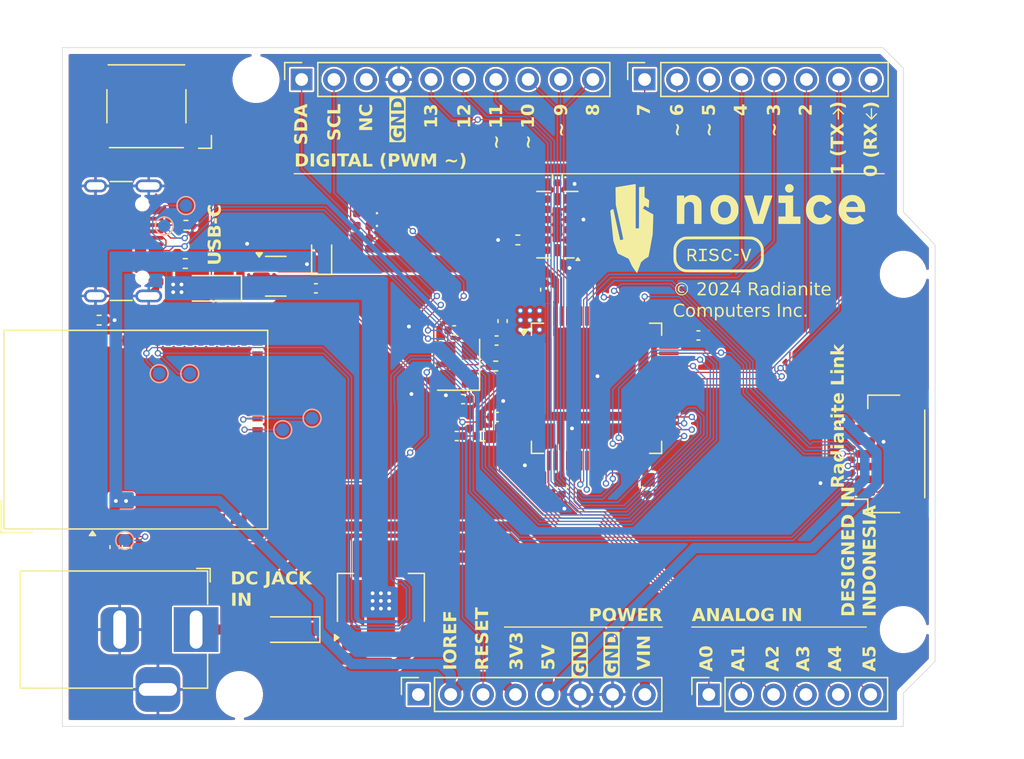
<source format=kicad_pcb>
(kicad_pcb (version 20240108) (generator "pcbnew") (generator_version "8.0")
  (layers (0 "F.Cu" signal) (31 "B.Cu" signal) (34 "B.Paste" user) (35 "F.Paste" user) (36 "B.SilkS" user "B.Silkscreen") (37 "F.SilkS" user "F.Silkscreen") (38 "B.Mask" user) (39 "F.Mask" user) (44 "Edge.Cuts" user))
  (net 0 "")
  (net 1 "+3V3")
  (net 2 "GND")
  (net 3 "Net-(C7-Pad2)")
  (net 4 "/XOUT")
  (net 5 "/RESET")
  (net 6 "Net-(U4-BP)")
  (net 7 "VIN")
  (net 8 "Net-(D1-K)")
  (net 9 "Net-(D2-K)")
  (net 10 "VBUS")
  (net 11 "/D13")
  (net 12 "Net-(D5-A)")
  (net 14 "/USB_DP")
  (net 15 "Net-(J1-CC2)")
  (net 16 "/USB_DM")
  (net 17 "Net-(J1-CC1)")
  (net 19 "/D8")
  (net 20 "/D11")
  (net 21 "/SDA")
  (net 23 "/D12")
  (net 24 "/D10")
  (net 25 "/D9")
  (net 26 "/SCL")
  (net 27 "/D3")
  (net 28 "/D6")
  (net 29 "/D1")
  (net 30 "/D0")
  (net 31 "/D7")
  (net 32 "/D5")
  (net 33 "/D2")
  (net 34 "/D4")
  (net 36 "/A5")
  (net 37 "/A2")
  (net 38 "/A4")
  (net 39 "/A0")
  (net 40 "/A1")
  (net 41 "/A3")
  (net 43 "/PROG_CLK")
  (net 44 "/PROG_DIO")
  (net 45 "/XIN")
  (net 46 "Net-(U2-EN)")
  (net 47 "Net-(U5-SDO{slash}ADDR)")
  (net 48 "Net-(U5-~{CS})")
  (net 49 "/ESP_DM")
  (net 50 "/ESP_DP")
  (net 51 "/ESP_BOOTSEL")
  (net 52 "/INTERFACE_TX")
  (net 53 "/INTERFACE_RX")
  (net 56 "/GYRO_SDA")
  (net 71 "/GYRO_SCL")
  (footprint "Capacitor_SMD:C_0402_1005Metric" (layer "F.Cu") (at 164 65.78 -90)
    (property "Reference" "C5" (hide yes))
    (property "Value" "0.1uF")
  )
  (footprint "Capacitor_SMD:C_0402_1005Metric" (layer "F.Cu") (at 149.55 58.8)
    (property "Reference" "C7" (hide yes))
    (property "Value" "20pF")
  )
  (footprint "Capacitor_SMD:C_0402_1005Metric" (layer "F.Cu") (at 157.3 65.8 -90)
    (property "Reference" "C9" (hide yes))
    (property "Value" "0.1uF")
  )
  (footprint "Connector_PinSocket_2.54mm:PinSocket_1x06_P2.54mm_Vertical" (layer "F.Cu") (at 168.84 82 90)
    (property "Reference" "J5" (hide yes))
    (property "Value" "Conn_01x06")
  )
  (footprint "Resistor_SMD:R_0402_1005Metric" (layer "F.Cu") (at 152.11 56.2)
    (property "Reference" "R1" (hide yes))
    (property "Value" "40")
  )
  (footprint "Capacitor_SMD:C_0402_1005Metric" (layer "F.Cu") (at 156 50.2 90)
    (property "Reference" "C2" (hide yes))
    (property "Value" "0.1uF")
  )
  (footprint "Connector_JST:JST_SH_SM07B-SRSS-TB_1x07-1MP_P1.00mm_Horizontal" (layer "F.Cu") (at 183.1 63.1 90)
    (property "Reference" "J7" (hide yes))
    (property "Value" "Radianite-Link")
  )
  (footprint "Connector_BarrelJack:BarrelJack_Horizontal" (layer "F.Cu") (at 128.6 76.9)
    (property "Reference" "J6" (hide yes))
    (property "Value" "Barrel_Jack_Switch")
  )
  (footprint "Connector_PinSocket_2.54mm:PinSocket_1x08_P2.54mm_Vertical" (layer "F.Cu") (at 163.8 33.7 90)
    (property "Reference" "J3" (hide yes))
    (property "Value" "Conn_01x08_Pin")
  )
  (footprint "RF_Module:ESP32-S2-MINI-1" (layer "F.Cu") (at 123.8675 61.2 90)
    (property "Reference" "U2" (hide yes))
    (property "Value" "ESP32-S3-MINI-1")
  )
  (footprint "LED_SMD:LED_0402_1005Metric" (layer "F.Cu") (at 141.7 44.2 180)
    (property "Reference" "D5" (hide yes))
    (property "Value" "ORANGE")
  )
  (footprint "MountingHole:MountingHole_3.2mm_M3" (layer "F.Cu") (at 132 82)
    (property "Reference" "REF**" (hide yes))
    (property "Value" "MountingHole_3.2mm_M3")
  )
  (footprint "Capacitor_SMD:C_0402_1005Metric" (layer "F.Cu") (at 152.2 60.2 180)
    (property "Reference" "C4" (hide yes))
    (property "Value" "0.1uF")
  )
  (footprint "LED_SMD:LED_0402_1005Metric" (layer "F.Cu") (at 141.7 45.2 180)
    (property "Reference" "D4" (hide yes))
    (property "Value" "ORANGE")
  )
  (footprint "Diode_SMD:D_SOD-123F" (layer "F.Cu") (at 129.95 50.1 180)
    (property "Reference" "D2" (hide yes))
    (property "Value" "MBR120VLSFT1G")
  )
  (footprint "LOGO" (layer "F.Cu") (at 171.1 45.4)
    (property "Reference" "G***" (hide yes))
    (property "Value" "LOGO" (hide yes))
  )
  (footprint "Capacitor_SMD:C_0402_1005Metric" (layer "F.Cu") (at 152.18 54.2 180)
    (property "Reference" "C1" (hide yes))
    (property "Value" "0.1uF")
  )
  (footprint "Connector_USB:USB_C_Receptacle_GCT_USB4105-xx-A_16P_TopMnt_Horizontal" (layer "F.Cu") (at 121.775 46.38 -90)
    (property "Reference" "J1" (hide yes))
    (property "Value" "USB_C_Receptacle_USB2.0_16P")
  )
  (footprint "Capacitor_Tantalum_SMD:CP_EIA-1608-08_AVX-J" (layer "F.Cu") (at 138.45 47.5 90)
    (property "Reference" "C12" (hide yes))
    (property "Value" "2.2uF")
  )
  (footprint "Resistor_SMD:R_0402_1005Metric" (layer "F.Cu") (at 156.95 41.3 -90)
    (property "Reference" "R7" (hide yes))
    (property "Value" "10k")
  )
  (footprint "MountingHole:MountingHole_3.2mm_M3" (layer "F.Cu") (at 184.1 49)
    (property "Reference" "REF**" (hide yes))
    (property "Value" "MountingHole_3.2mm_M3")
  )
  (footprint "Capacitor_SMD:C_0402_1005Metric" (layer "F.Cu") (at 152.65 52.67 90)
    (property "Reference" "C6" (hide yes))
    (property "Value" "0.1uF")
  )
  (footprint "Resistor_SMD:R_0402_1005Metric" (layer "F.Cu") (at 151.1 61.7 180)
    (property "Reference" "R4" (hide yes))
    (property "Value" "10k")
  )
  (footprint "Package_QFP:LQFP-64_10x10mm_P0.5mm" (layer "F.Cu") (at 160.025 57.95)
    (property "Reference" "U1" (hide yes))
    (property "Value" "CH32V307RCT6")
  )
  (footprint "Package_TO_SOT_SMD:SOT-23-5" (layer "F.Cu") (at 134.85 49.15)
    (property "Reference" "U4" (hide yes))
    (property "Value" "MIC5205-3.3YM5")
  )
  (footprint "LED_SMD:LED_0402_1005Metric" (layer "F.Cu") (at 141.7 46.18 180)
    (property "Reference" "D3" (hide yes))
    (property "Value" "GREEN")
  )
  (footprint "Capacitor_SMD:C_0402_1005Metric" (layer "F.Cu") (at 148.85 53.4)
    (property "Reference" "C8" (hide yes))
    (property "Value" "20pF")
  )
  (footprint "MountingHole:MountingHole_3.2mm_M3" (layer "F.Cu") (at 133.3 33.7)
    (property "Reference" "REF**" (hide yes))
    (property "Value" "MountingHole_3.2mm_M3")
  )
  (footprint "MountingHole:MountingHole_3.2mm_M3" (layer "F.Cu") (at 184.1 76.9)
    (property "Reference" "REF**" (hide yes))
    (property "Value" "MountingHole_3.2mm_M3")
  )
  (footprint "Capacitor_SMD:C_0402_1005Metric" (layer "F.Cu") (at 122.2 70.42 -90)
    (property "Reference" "C14" (hide yes))
    (property "Value" "100nF")
  )
  (footprint "Resistor_SMD:R_0402_1005Metric" (layer "F.Cu") (at 120.99 52.6 180)
    (property "Reference" "R5" (hide yes))
    (property "Value" "100k")
  )
  (footprint "Resistor_SMD:R_0402_1005Metric" (layer "F.Cu") (at 127.75 48.15)
    (property "Reference" "R3" (hide yes))
    (property "Value" "5.1k")
  )
  (footprint "Resistor_SMD:R_0402_1005Metric" (layer "F.Cu") (at 153.85 46.3)
    (property "Reference" "R6" (hide yes))
    (property "Value" "10k")
  )
  (footprint "Resistor_SMD:R_0402_1005Metric" (layer "F.Cu") (at 127.8 45.15)
    (property "Reference" "R2" (hide yes))
    (property "Value" "5.1k")
  )
  (footprint "Capacitor_SMD:C_0402_1005Metric" (layer "F.Cu") (at 149.05 61.7 180)
    (property "Reference" "C10" (hide yes))
    (property "Value" "0.1uF")
  )
  (footprint "Button_Switch_SMD:SW_SPST_Omron_B3FS-100xP" (layer "F.Cu") (at 124.7 35.8 180)
    (property "Reference" "SW1" (hide yes))
    (property "Value" "SW_Push")
  )
  (footprint "Crystal:Crystal_SMD_3225-4Pin_3.2x2.5mm" (layer "F.Cu") (at 149.2 56.1 90)
    (property "Reference" "Y1" (hide yes))
    (property "Value" "8MHz")
  )
  (footprint "Capacitor_SMD:C_0402_1005Metric" (layer "F.Cu") (at 168.02 53.8)
    (property "Reference" "C3" (hide yes))
    (property "Value" "0.1uF")
  )
  (footprint "Connector_PinSocket_2.54mm:PinSocket_1x08_P2.54mm_Vertical" (layer "F.Cu") (at 146.04 82 90)
    (property "Reference" "J4" (hide yes))
    (property "Value" "Conn_01x08")
  )
  (footprint "Connector_PinSocket_2.54mm:PinSocket_1x10_P2.54mm_Vertical" (layer "F.Cu") (at 136.88 33.7 90)
    (property "Reference" "J2" (hide yes))
    (property "Value" "Conn_01x10_Pin")
  )
  (footprint "Capacitor_SMD:C_0402_1005Metric" (layer "F.Cu") (at 138 50.1)
    (property "Reference" "C11" (hide yes))
    (property "Value" "470pF")
  )
  (footprint "Capacitor_SMD:C_0402_1005Metric" (layer "F.Cu") (at 123.17 70.42 -90)
    (property "Reference" "C13" (hide yes))
    (property "Value" "22uF")
  )
  (footprint "Package_LGA:LGA-14_3x5mm_P0.8mm_LayoutBorder1x6y" (layer "F.Cu") (at 156.95 45.1 180)
    (property "Reference" "U5" (hide yes))
    (property "Value" "ADXL343")
  )
  (footprint "Diode_SMD:D_SOD-123F" (layer "F.Cu") (at 136.1 76.9 180)
    (property "Reference" "D1" (hide yes))
    (property "Value" "PMEG2010EH")
  )
  (footprint "Package_TO_SOT_SMD:SOT-223-3_TabPin2" (layer "F.Cu") (at 143.1 74.4 90)
    (property "Reference" "U3" (hide yes))
    (property "Value" "AMS1117-5.0")
  )
  (footprint "TestPoint:TestPoint_Pad_D1.0mm" (layer "B.Cu") (at 127.8 43.6 180)
    (property "Reference" "TP6" (hide yes))
    (property "Value" "USB_DP")
  )
  (footprint "TestPoint:TestPoint_Pad_D1.0mm" (layer "B.Cu") (at 123 69.9 180)
    (property "Reference" "TP3" (hide yes))
    (property "Value" "BOOTSEL")
  )
  (footprint "TestPoint:TestPoint_Pad_D1.0mm" (layer "B.Cu") (at 125.7 56.8 180)
    (property "Reference" "TP5" (hide yes))
    (property "Value" "RX")
  )
  (footprint "TestPoint:TestPoint_Pad_D1.0mm" (layer "B.Cu") (at 126.1 45.2 180)
    (property "Reference" "TP7" (hide yes))
    (property "Value" "USB_DM")
  )
  (footprint "TestPoint:TestPoint_Pad_D1.0mm" (layer "B.Cu") (at 137.7 60.3 180)
    (property "Reference" "TP2" (hide yes))
    (property "Value" "ESP_DP")
  )
  (footprint "TestPoint:TestPoint_Pad_D1.0mm" (layer "B.Cu") (at 135.4 61.2 180)
    (property "Reference" "TP1" (hide yes))
    (property "Value" "ESP_DM")
  )
  (footprint "TestPoint:TestPoint_Pad_D1.0mm" (layer "B.Cu") (at 128.1 56.8 180)
    (property "Reference" "TP4" (hide yes))
    (property "Value" "TX")
  )
  (gr_line (start 182.6 41.1) (end 136.3 41.1) (stroke (width 0.1)) (layer "F.SilkS"))
  (gr_line (start 179 36) (end 179.4 36.4) (stroke (width 0.1)) (layer "F.SilkS"))
  (gr_line (start 179 36) (end 178.6 36.4) (stroke (width 0.1)) (layer "F.SilkS"))
  (gr_line (start 152.8 76.7) (end 165.2 76.7) (stroke (width 0.1)) (layer "F.SilkS"))
  (gr_line (start 179 36) (end 179 36.8) (stroke (width 0.1)) (layer "F.SilkS"))
  (gr_line (start 181.6 36.8) (end 181.2 36.4) (stroke (width 0.1)) (layer "F.SilkS"))
  (gr_line (start 181.6 36) (end 181.6 36.8) (stroke (width 0.1)) (layer "F.SilkS"))
  (gr_line (start 167.5 76.7) (end 181.2 76.7) (stroke (width 0.1)) (layer "F.SilkS"))
  (gr_line (start 181.6 36.8) (end 182 36.4) (stroke (width 0.1)) (layer "F.SilkS"))
  (gr_line (start 186.6 46.7) (end 184.1 44.1) (stroke (width 0.05)) (layer "Edge.Cuts"))
  (gr_line (start 182.5 31.2) (end 118.1 31.2) (stroke (width 0.05)) (layer "Edge.Cuts"))
  (gr_line (start 184.1 44.1) (end 184.1 32.8) (stroke (width 0.05)) (layer "Edge.Cuts"))
  (gr_line (start 186.6 79.4) (end 186.6 46.7) (stroke (width 0.05)) (layer "Edge.Cuts"))
  (gr_line (start 184.1 32.8) (end 182.5 31.2) (stroke (width 0.05)) (layer "Edge.Cuts"))
  (gr_line (start 184.1 81.9) (end 186.6 79.4) (stroke (width 0.05)) (layer "Edge.Cuts"))
  (gr_line (start 118.1 84.5) (end 184.1 84.5) (stroke (width 0.05)) (layer "Edge.Cuts"))
  (gr_line (start 118.1 31.2) (end 118.1 84.5) (stroke (width 0.05)) (layer "Edge.Cuts"))
  (gr_line (start 184.1 84.5) (end 184.1 81.9) (stroke (width 0.05)) (layer "Edge.Cuts"))
  (gr_text "~ 9" (at 157.3 35.6 90) (layer "F.SilkS") (effects (font (size 1 1) (thickness 0.1) (bold yes)) (justify right)))
  (gr_text "~ 10" (at 154.7 35.6 90) (layer "F.SilkS") (effects (font (size 1 1) (thickness 0.1) (bold yes)) (justify right)))
  (gr_text "©️ 2024 Radianite \nComputers Inc." (at 166 52.5 0) (layer "F.SilkS") (effects (font (size 1 1) (thickness 0.125)) (justify left bottom)))
  (gr_text "~ 3" (at 174 35.6 90) (layer "F.SilkS") (effects (font (size 1 1) (thickness 0.1) (bold yes)) (justify right)))
  (gr_text "A3" (at 176.3 80.2 90) (layer "F.SilkS") (effects (font (size 1 1) (thickness 0.2) (bold yes)) (justify left)))
  (gr_text "1 (TX" (at 179 37.1 90) (layer "F.SilkS") (effects (font (size 1 1) (thickness 0.2) (bold yes)) (justify right)))
  (gr_text "RESET" (at 151.1 80.1 90) (layer "F.SilkS") (effects (font (size 1 1) (thickness 0.2) (bold yes)) (justify left)))
  (gr_text "VIN" (at 163.8 80.1 90) (layer "F.SilkS") (effects (font (size 1 1) (thickness 0.2) (bold yes)) (justify left)))
  (gr_text "2" (at 176.5 35.6 90) (layer "F.SilkS") (effects (font (size 1 1) (thickness 0.1) (bold yes)) (justify right)))
  (gr_text "SDA" (at 136.9 35.6 90) (layer "F.SilkS") (effects (font (size 1 1) (thickness 0.1) (bold yes)) (justify right)))
  (gr_text "~ 5" (at 168.9 35.6 90) (layer "F.SilkS") (effects (font (size 1 1) (thickness 0.1) (bold yes)) (justify right)))
  (gr_text ")" (at 179 35.4 90) (layer "F.SilkS") (effects (font (size 1 1) (thickness 0.2) (bold yes)) (justify right)))
  (gr_text "USB-C" (at 130.7 48.3 90) (layer "F.SilkS") (effects (font (size 1 1) (thickness 0.2) (bold yes)) (justify left bottom)))
  (gr_text "GND" (at 144.5 35.1 90) (layer "F.SilkS" knockout) (effects (font (size 1 1) (thickness 0.1) (bold yes)) (justify right)))
  (gr_text "GND" (at 158.8 80.6 90) (layer "F.SilkS" knockout) (effects (font (size 1 1) (thickness 0.2) (bold yes)) (justify left)))
  (gr_text "POWER" (at 165.2 76.4 0) (layer "F.SilkS") (effects (font (size 1 1) (thickness 0.2) (bold yes)) (justify right bottom)))
  (gr_text "5V" (at 156.3 80.1 90) (layer "F.SilkS") (effects (font (size 1 1) (thickness 0.2) (bold yes)) (justify left)))
  (gr_text "A5" (at 181.5 80.2 90) (layer "F.SilkS") (effects (font (size 1 1) (thickness 0.2) (bold yes)) (justify left)))
  (gr_text ")" (at 181.6 35.4 90) (layer "F.SilkS") (effects (font (size 1 1) (thickness 0.2) (bold yes)) (justify right)))
  (gr_text "~ 11" (at 152.2 35.6 90) (layer "F.SilkS") (effects (font (size 1 1) (thickness 0.1) (bold yes)) (justify right)))
  (gr_text "DIGITAL (PWM ~)" (at 136.3 40.7 0) (layer "F.SilkS") (effects (font (size 1 1) (thickness 0.2) (bold yes)) (justify left bottom)))
  (gr_text "SCL" (at 139.5 35.6 90) (layer "F.SilkS") (effects (font (size 1 1) (thickness 0.1) (bold yes)) (justify right)))
  (gr_text "0 (RX" (at 181.6 37.1 90) (layer "F.SilkS") (effects (font (size 1 1) (thickness 0.2) (bold yes)) (justify right)))
  (gr_text "A2" (at 173.9 80.2 90) (layer "F.SilkS") (effects (font (size 1 1) (thickness 0.2) (bold yes)) (justify left)))
  (gr_text "4" (at 171.4 35.6 90) (layer "F.SilkS") (effects (font (size 1 1) (thickness 0.1) (bold yes)) (justify right)))
  (gr_text "IOREF" (at 148.6 80.1 90) (layer "F.SilkS") (effects (font (size 1 1) (thickness 0.2) (bold yes)) (justify left)))
  (gr_text "8" (at 159.8 35.6 90) (layer "F.SilkS") (effects (font (size 1 1) (thickness 0.1) (bold yes)) (justify right)))
  (gr_text "7" (at 163.8 35.6 90) (layer "F.SilkS") (effects (font (size 1 1) (thickness 0.1) (bold yes)) (justify right)))
  (gr_text "A4" (at 178.8 80.2 90) (layer "F.SilkS") (effects (font (size 1 1) (thickness 0.2) (bold yes)) (justify left)))
  (gr_text "GND" (at 161.3 80.6 90) (layer "F.SilkS" knockout) (effects (font (size 1 1) (thickness 0.2) (bold yes)) (justify left)))
  (gr_text "12" (at 149.7 35.6 90) (layer "F.SilkS") (effects (font (size 1 1) (thickness 0.1) (bold yes)) (justify right)))
  (gr_text "ANALOG IN" (at 167.5 76.4 0) (layer "F.SilkS") (effects (font (size 1 1) (thickness 0.2) (bold yes)) (justify left bottom)))
  (gr_text "13" (at 147.1 35.6 90) (layer "F.SilkS") (effects (font (size 1 1) (thickness 0.1) (bold yes)) (justify right)))
  (gr_text "~ 6" (at 166.4 35.6 90) (layer "F.SilkS") (effects (font (size 1 1) (thickness 0.1) (bold yes)) (justify right)))
  (gr_text "A1" (at 171.2 80.2 90) (layer "F.SilkS") (effects (font (size 1 1) (thickness 0.2) (bold yes)) (justify left)))
  (gr_text "DESIGNED IN\nINDONESIA" (at 182.1 75.9 90) (layer "F.SilkS") (effects (font (size 1 1) (thickness 0.2) (bold yes)) (justify left bottom)))
  (gr_text "A0" (at 168.7 80.2 90) (layer "F.SilkS") (effects (font (size 1 1) (thickness 0.2) (bold yes)) (justify left)))
  (gr_text "NC" (at 142 35.6 90) (layer "F.SilkS") (effects (font (size 1 1) (thickness 0.1) (bold yes)) (justify right)))
  (gr_text "3V3" (at 153.8 80.1 90) (layer "F.SilkS") (effects (font (size 1 1) (thickness 0.2) (bold yes)) (justify left)))
  (gr_text "DC JACK\nIN" (at 131.3 75.2 0) (layer "F.SilkS") (effects (font (size 1 1) (thickness 0.2) (bold yes)) (justify left bottom)))
  (gr_text "Radianite Link" (at 179.6 65.8 90) (layer "F.SilkS") (effects (font (size 1 1) (thickness 0.2) (bold yes)) (justify left bottom)))
  (segment (start 149.98 80.6) (end 152.26 80.6) (width 0.8) (layer "F.Cu") (net 1))
  (segment (start 121.5 52.6) (end 122.2 52.6) (width 0.4) (layer "F.Cu") (net 1))
  (segment (start 152.26 80.6) (end 153.66 82) (width 0.8) (layer "F.Cu") (net 1))
  (segment (start 148.58 82) (end 149.98 80.6) (width 0.8) (layer "F.Cu") (net 1))
  (via (at 154.05 53.35) (size 0.5) (drill 0.3) (layers "F.Cu" "B.Cu") (net 1))
  (via (at 155.55 51.85) (size 0.5) (drill 0.3) (layers "F.Cu" "B.Cu") (net 1))
  (via (at 123.1 66.8) (size 0.5) (drill 0.3) (layers "F.Cu" "B.Cu") (net 1))
  (via (at 154.05 52.6) (size 0.5) (drill 0.3) (layers "F.Cu" "B.Cu") (net 1))
  (via (at 155.55 53.35) (size 0.5) (drill 0.3) (layers "F.Cu" "B.Cu") (net 1))
  (via (at 154.8 52.6) (size 0.5) (drill 0.3) (layers "F.Cu" "B.Cu") (net 1))
  (via (at 155.55 52.6) (size 0.5) (drill 0.3) (layers "F.Cu" "B.Cu") (net 1))
  (via (at 122.3 66.8) (size 0.5) (drill 0.3) (layers "F.Cu" "B.Cu") (net 1))
  (via (at 122.2 52.6) (size 0.5) (drill 0.3) (layers "F.Cu" "B.Cu") (net 1))
  (via (at 137.3 48.2) (size 0.5) (drill 0.3) (layers "F.Cu" "B.Cu") (net 1))
  (via (at 154.05 51.85) (size 0.5) (drill 0.3) (layers "F.Cu" "B.Cu") (net 1))
  (via (at 154.8 53.35) (size 0.5) (drill 0.3) (layers "F.Cu" "B.Cu") (net 1))
  (via (at 154.8 51.85) (size 0.5) (drill 0.3) (layers "F.Cu" "B.Cu") (net 1))
  (segment (start 138.2 77) (end 140.8 79.6) (width 0.8) (layer "B.Cu") (net 1))
  (segment (start 140.8 79.6) (end 147.8 79.6) (width 0.8) (layer "B.Cu") (net 1))
  (segment (start 130.4 66.8) (end 138.2 74.6) (width 0.8) (layer "B.Cu") (net 1))
  (segment (start 148.58 80.38) (end 148.58 82) (width 0.8) (layer "B.Cu") (net 1))
  (segment (start 138.2 74.6) (end 138.2 77) (width 0.8) (layer "B.Cu") (net 1))
  (segment (start 122.3 66.8) (end 130.4 66.8) (width 0.8) (layer "B.Cu") (net 1))
  (segment (start 147.8 79.6) (end 148.58 80.38) (width 0.8) (layer "B.Cu") (net 1))
  (segment (start 154.35 59.7) (end 153.45 59.7) (width 0.3) (layer "F.Cu") (net 2))
  (segment (start 156.775 53.775) (end 156.9 53.9) (width 0.3) (layer "F.Cu") (net 2))
  (segment (start 163.275 63.625) (end 163.275 62.775) (width 0.3) (layer "F.Cu") (net 2))
  (segment (start 125.455 49.58) (end 125.455 50.125) (width 0.5) (layer "F.Cu") (net 2))
  (segment (start 165.7 54.7) (end 167.3 54.7) (width 0.1) (layer "F.Cu") (net 2))
  (segment (start 164.55 54.95) (end 164.55 55.4) (width 0.1) (layer "F.Cu") (net 2))
  (segment (start 156.775 51.175) (end 156.775 52.275) (width 0.3) (layer "F.Cu") (net 2))
  (segment (start 163.275 64.925) (end 162.95 65.25) (width 0.3) (layer "F.Cu") (net 2))
  (segment (start 164.8 54.7) (end 164.55 54.95) (width 0.1) (layer "F.Cu") (net 2))
  (segment (start 167.3 54.7) (end 167.4 54.8) (width 0.1) (layer "F.Cu") (net 2))
  (segment (start 153.45 59.7) (end 152.7 58.95) (width 0.3) (layer "F.Cu") (net 2))
  (segment (start 156.775 52.275) (end 156.775 53.775) (width 0.3) (layer "F.Cu") (net 2))
  (segment (start 165.7 54.7) (end 164.8 54.7) (width 0.1) (layer "F.Cu") (net 2))
  (segment (start 156.775 63.625) (end 156.775 62.475) (width 0.2) (layer "F.Cu") (net 2))
  (segment (start 125.455 50.125) (end 124.88 50.7) (width 0.5) (layer "F.Cu") (net 2))
  (segment (start 156.775 51.175) (end 156.85 51.1) (width 0.3) (layer "F.Cu") (net 2))
  (segment (start 163.275 62.775) (end 162.7 62.2) (width 0.3) (layer "F.Cu") (net 2))
  (segment (start 156.775 62.475) (end 156.4 62.1) (width 0.2) (layer "F.Cu") (net 2))
  (segment (start 163.275 63.625) (end 163.275 64.925) (width 0.3) (layer "F.Cu") (net 2))
  (via (at 157.9 48.5) (size 0.5) (drill 0.3) (layers "F.Cu" "B.Cu") (net 2))
  (via (at 152.7 58.95) (size 0.5) (drill 0.3) (layers "F.Cu" "B.Cu") (net 2))
  (via (at 158.3 41.9) (size 0.5) (drill 0.3) (layers "F.Cu" "B.Cu") (net 2))
  (via (at 152.3 46.3) (size 0.5) (drill 0.3) (layers "F.Cu" "B.Cu") (net 2))
  (via (at 148.2 58.5) (size 0.5) (drill 0.3) (layers "F.Cu" "B.Cu") (net 2))
  (via (at 160.1 57) (size 0.5) (drill 0.3) (layers "F.Cu" "B.Cu") (net 2))
  (via (at 177.6 65.4) (size 0.5) (drill 0.3) (layers "F.Cu" "B.Cu") (net 2))
  (via (at 145.3 53.1) (size 0.5) (drill 0.3) (layers "F.Cu" "B.Cu") (net 2))
  (via (at 158.1 61.1) (size 0.5) (drill 0.3) (layers "F.Cu" "B.Cu") (net 2))
  (via (at 159 44.7) (size 0.5) (drill 0.3) (layers "F.Cu" "B.Cu") (net 2))
  (via (at 182.55 62.15) (size 0.5) (drill 0.3) (layers "F.Cu" "B.Cu") (net 2))
  (via (at 145.5 58.4) (size 0.5) (drill 0.3) (layers "F.Cu" "B.Cu") (net 2))
  (via (at 157.5 67.4) (size 0.5) (drill 0.3) (layers "F.Cu" "B.Cu") (net 2))
  (via (at 154.4 64) (size 0.5) (drill 0.3) (layers "F.Cu" "B.Cu") (net 2))
  (via (at 132.6 46.6) (size 0.5) (drill 0.3) (layers "F.Cu" "B.Cu") (net 2))
  (segment (start 151.6 56.2) (end 151.05 56.2) (width 0.1) (layer "F.Cu") (net 3))
  (segment (start 151.05 56.2) (end 150.05 57.2) (width 0.1) (layer "F.Cu") (net 3))
  (segment (start 150.05 57.2) (end 150.05 58.78) (width 0.1) (layer "F.Cu") (net 3))
  (segment (start 150.05 58.78) (end 150.03 58.8) (width 0.1) (layer "F.Cu") (net 3))
  (segment (start 148.35 53.42) (end 148.37 53.4) (width 0.1) (layer "F.Cu") (net 4))
  (segment (start 152.817502 56.8) (end 152.342498 56.8) (width 0.1) (layer "F.Cu") (net 4))
  (segment (start 151.15 55.6) (end 150.65 56.1) (width 0.1) (layer "F.Cu") (net 4))
  (segment (start 148.35 55) (end 148.35 53.42) (width 0.1) (layer "F.Cu") (net 4))
  (segment (start 148.37 54.98) (end 148.35 55) (width 0.2) (layer "F.Cu") (net 4))
  (segment (start 151.797502 55.6) (end 151.15 55.6) (width 0.1) (layer "F.Cu") (net 4))
  (segment (start 149.2 56.1) (end 148.35 55.25) (width 0.1) (layer "F.Cu") (net 4))
  (segment (start 152.1 55.902498) (end 151.797502 55.6) (width 0.1) (layer "F.Cu") (net 4))
  (segment (start 152.342498 56.8) (end 152.1 56.557502) (width 0.1) (layer "F.Cu") (net 4))
  (segment (start 148.35 55.25) (end 148.35 55) (width 0.1) (layer "F.Cu") (net 4))
  (segment (start 150.65 56.1) (end 149.2 56.1) (width 0.1) (layer "F.Cu") (net 4))
  (segment (start 154.35 56.7) (end 152.917502 56.7) (width 0.1) (layer "F.Cu") (net 4))
  (segment (start 152.1 56.557502) (end 152.1 55.902498) (width 0.1) (layer "F.Cu") (net 4))
  (segment (start 152.917502 56.7) (end 152.817502 56.8) (width 0.1) (layer "F.Cu") (net 4))
  (segment (start 129.8 50.85) (end 129.8 41.85) (width 0.1) (layer "F.Cu") (net 5))
  (segment (start 149.53 61.7) (end 150.59 61.7) (width 0.1) (layer "F.Cu") (net 5))
  (segment (start 154.35 57.2) (end 153.05 57.2) (width 0.1) (layer "F.Cu") (net 5))
  (segment (start 131.1 52.15) (end 129.8 50.85) (width 0.1) (layer "F.Cu") (net 5))
  (segment (start 128.35 33.55) (end 128.7 33.55) (width 0.1) (layer "F.Cu") (net 5))
  (segment (start 126.25 35.65) (end 128.35 33.55) (width 0.1) (layer "F.Cu") (net 5))
  (segment (start 150.59 60.6) (end 149.5 60.6) (width 0.1) (layer "F.Cu") (net 5))
  (segment (start 126.25 38.3) (end 126.25 35.65) (width 0.1) (layer "F.Cu") (net 5))
  (segment (start 141.05 52.15) (end 131.1 52.15) (width 0.1) (layer "F.Cu") (net 5))
  (segment (start 150.59 60.6) (end 150.59 61.7) (width 0.1) (layer "F.Cu") (net 5))
  (segment (start 153.05 57.2) (end 150.59 59.66) (width 0.1) (layer "F.Cu") (net 5))
  (segment (start 129.8 41.85) (end 126.25 38.3) (width 0.1) (layer "F.Cu") (net 5))
  (segment (start 150.59 59.66) (end 150.59 60.6) (width 0.1) (layer "F.Cu") (net 5))
  (segment (start 120.7 33.55) (end 128.7 33.55) (width 0.1) (layer "F.Cu") (net 5))
  (segment (start 149.5 60.6) (end 141.05 52.15) (width 0.1) (layer "F.Cu") (net 5))
  (via (at 149.5 60.6) (size 0.5) (drill 0.3) (layers "F.Cu" "B.Cu") (net 5))
  (segment (start 151.12 77.57) (end 151.12 82) (width 0.1) (layer "B.Cu") (net 5))
  (segment (start 149.5 60.6) (end 149.5 75.95) (width 0.1) (layer "B.Cu") (net 5))
  (segment (start 149.5 75.95) (end 151.12 77.57) (width 0.1) (layer "B.Cu") (net 5))
  (segment (start 135.9875 50.1) (end 137.52 50.1) (width 0.1) (layer "F.Cu") (net 6))
  (segment (start 163.82 79.12) (end 163.82 82) (width 0.8) (layer "F.Cu") (net 7))
  (segment (start 153.5 68.8) (end 163.82 79.12) (width 0.8) (layer "F.Cu") (net 7))
  (segment (start 134.7 76.9) (end 134.7 73.3) (width 0.8) (layer "F.Cu") (net 7))
  (segment (start 139.2 68.8) (end 153.5 68.8) (width 0.8) (layer "F.Cu") (net 7))
  (segment (start 134.7 73.3) (end 139.2 68.8) (width 0.8) (layer "F.Cu") (net 7))
  (segment (start 128.6 76.9) (end 134.7 76.9) (width 0.8) (layer "F.Cu") (net 7))
  (segment (start 139.4 80.2) (end 143.8 80.2) (width 0.8) (layer "F.Cu") (net 8))
  (segment (start 137.5 76.9) (end 137.5 78.3) (width 0.8) (layer "F.Cu") (net 8))
  (segment (start 145.4 78.6) (end 145.4 77.55) (width 0.8) (layer "F.Cu") (net 8))
  (segment (start 137.5 78.3) (end 139.4 80.2) (width 0.8) (layer "F.Cu") (net 8))
  (segment (start 143.8 80.2) (end 145.4 78.6) (width 0.8) (layer "F.Cu") (net 8))
  (segment (start 153.25 71.25) (end 156.2 74.2) (width 0.8) (layer "F.Cu") (net 10))
  (segment (start 179.4 60.4) (end 179.4 61.174999) (width 0.4) (layer "F.Cu") (net 10))
  (segment (start 156.2 74.2) (end 156.2 82) (width 0.8) (layer "F.Cu") (net 10))
  (segment (start 179.4 61.174999) (end 180.325001 62.1) (width 0.4) (layer "F.Cu") (net 10))
  (segment (start 143.1 71.25) (end 153.25 71.25) (width 0.8) (layer "F.Cu") (net 10))
  (segment (start 180.325001 62.1) (end 181.1 62.1) (width 0.4) (layer "F.Cu") (net 10))
  (via (at 126.8 50.4) (size 0.5) (drill 0.3) (layers "F.Cu" "B.Cu") (net 10))
  (via (at 143.75 75.25) (size 0.5) (drill 0.3) (layers "F.Cu" "B.Cu") (net 10))
  (via (at 143.1 75.25) (size 0.5) (drill 0.3) (layers "F.Cu" "B.Cu") (net 10))
  (via (at 143.1 74.05) (size 0.5) (drill 0.3) (layers "F.Cu" "B.Cu") (net 10))
  (via (at 143.1 74.65) (size 0.5) (drill 0.3) (layers "F.Cu" "B.Cu") (net 10))
  (via (at 143.75 74.05) (size 0.5) (drill 0.3) (layers "F.Cu" "B.Cu") (net 10))
  (via (at 142.45 75.25) (size 0.5) (drill 0.3) (layers "F.Cu" "B.Cu") (net 10))
  (via (at 142.45 74.65) (size 0.5) (drill 0.3) (layers "F.Cu" "B.Cu") (net 10))
  (via (at 127.45 49.8) (size 0.5) (drill 0.3) (layers "F.Cu" "B.Cu") (net 10))
  (via (at 143.75 74.65) (size 0.5) (drill 0.3) (layers "F.Cu" "B.Cu") (net 10))
  (via (at 179.4 60.4) (size 0.5) (drill 0.3) (layers "F.Cu" "B.Cu") (net 10))
  (via (at 142.45 74.05) (size 0.5) (drill 0.3) (layers "F.Cu" "B.Cu") (net 10))
  (via (at 126.8 49.8) (size 0.5) (drill 0.3) (layers "F.Cu" "B.Cu") (net 10))
  (via (at 127.45 50.4) (size 0.5) (drill 0.3) (layers "F.Cu" "B.Cu") (net 10))
  (segment (start 156.2 82) (end 167.7 70.5) (width 0.8) (layer "B.Cu") (net 10))
  (segment (start 177 70.5) (end 182 65.5) (width 0.8) (layer "B.Cu") (net 10))
  (segment (start 182 63) (end 179.4 60.4) (width 0.8) (layer "B.Cu") (net 10))
  (segment (start 182 65.5) (end 182 63) (width 0.8) (layer "B.Cu") (net 10))
  (segment (start 167.7 70.5) (end 177 70.5) (width 0.8) (layer "B.Cu") (net 10))
  (segment (start 140.72 42.58) (end 140.72 44.705) (width 0.1) (layer "F.Cu") (net 11))
  (segment (start 150.7 36.85) (end 149.85 37.7) (width 0.1) (layer "F.Cu") (net 11))
  (segment (start 165.7 61.2) (end 167.5 61.2) (width 0.1) (layer "F.Cu") (net 11))
  (segment (start 149.85 37.7) (end 145.6 37.7) (width 0.1) (layer "F.Cu") (net 11))
  (segment (start 145.6 37.7) (end 140.72 42.58) (width 0.1) (layer "F.Cu") (net 11))
  (segment (start 140.72 44.705) (end 141.215 45.2) (width 0.1) (layer "F.Cu") (net 11))
  (via (at 167.5 61.2) (size 0.5) (drill 0.3) (layers "F.Cu" "B.Cu") (net 11))
  (via (at 150.7 36.85) (size 0.5) (drill 0.3) (layers "F.Cu" "B.Cu") (net 11))
  (segment (start 148.7 36.85) (end 147.05 35.2) (width 0.1) (layer "B.Cu") (net 11))
  (segment (start 167.063603 59.646447) (end 167.210049 59.5) (width 0.1) (layer "B.Cu") (net 11))
  (segment (start 162.393505 67.65) (end 158.495834 67.65) (width 0.1) (layer "B.Cu") (net 11))
  (segment (start 166.763603 61.2) (end 166.45 60.886397) (width 0.1) (layer "B.Cu") (net 11))
  (segment (start 147.04 34.79) (end 147.04 33.7) (width 0.1) (layer "B.Cu") (net 11))
  (segment (start 156.2 38.707108) (end 154.342892 36.85) (width 0.1) (layer "B.Cu") (net 11))
  (segment (start 147.05 35.2) (end 147.05 34.8) (width 0.1) (layer "B.Cu") (net 11))
  (segment (start 168.45 60.160049) (end 168.45 61.593505) (width 0.1) (layer "B.Cu") (net 11))
  (segment (start 166.45 60.886397) (end 166.45 60.26005) (width 0.1) (layer "B.Cu") (net 11))
  (segment (start 167.5 61.2) (end 166.763603 61.2) (width 0.1) (layer "B.Cu") (net 11))
  (segment (start 167.210049 59.5) (end 167.789951 59.5) (width 0.1) (layer "B.Cu") (net 11))
  (segment (start 167.789951 59.5) (end 168.45 60.160049) (width 0.1) (layer "B.Cu") (net 11))
  (segment (start 166.45 60.26005) (end 167.063603 59.646447) (width 0.1) (layer "B.Cu") (net 11))
  (segment (start 154.342892 36.85) (end 148.7 36.85) (width 0.1) (layer "B.Cu") (net 11))
  (segment (start 147.05 34.8) (end 147.04 34.79) (width 0.1) (layer "B.Cu") (net 11))
  (segment (start 156.2 65.354166) (end 156.2 38.707108) (width 0.1) (layer "B.Cu") (net 11))
  (segment (start 168.45 61.593505) (end 162.393505 67.65) (width 0.1) (layer "B.Cu") (net 11))
  (segment (start 158.495834 67.65) (end 156.2 65.354166) (width 0.1) (layer "B.Cu") (net 11))
  (segment (start 149.6 50.7) (end 147.25 53.05) (width 0.1) (layer "F.Cu") (net 12))
  (segment (start 147.25 53.05) (end 147.25 56.15) (width 0.1) (layer "F.Cu") (net 12))
  (segment (start 145.4 63) (end 143.1 65.3) (width 0.1) (layer "F.Cu") (net 12))
  (segment (start 147.25 56.15) (end 146.7 56.7) (width 0.1) (layer "F.Cu") (net 12))
  (segment (start 135.5 65.3) (end 134.9 65.9) (width 0.1) (layer "F.Cu") (net 12))
  (segment (start 143.68 43.68) (end 145.6 45.6) (width 0.1) (layer "F.Cu") (net 12))
  (segment (start 141.215 44.2) (end 141.735 43.68) (width 0.1) (layer "F.Cu") (net 12))
  (segment (start 134.9 68.9) (end 133.8 70) (width 0.1) (layer "F.Cu") (net 12))
  (segment (start 127.9 70) (end 126.4175 68.5175) (width 0.1) (layer "F.Cu") (net 12))
  (segment (start 126.4175 68.5175) (end 126.4175 68.2) (width 0.1) (layer "F.Cu") (net 12))
  (segment (start 134.9 65.9) (end 134.9 68.9) (width 0.1) (layer "F.Cu") (net 12))
  (segment (start 133.8 70) (end 127.9 70) (width 0.1) (layer "F.Cu") (net 12))
  (segment (start 141.735 43.68) (end 143.68 43.68) (width 0.1) (layer "F.Cu") (net 12))
  (segment (start 143.1 65.3) (end 135.5 65.3) (width 0.1) (layer "F.Cu") (net 12))
  (via (at 145.4 63) (size 0.5) (drill 0.3) (layers "F.Cu" "B.Cu") (net 12))
  (via (at 149.6 50.7) (size 0.5) (drill 0.3) (layers "F.Cu" "B.Cu") (net 12))
  (via (at 146.7 56.7) (size 0.5) (drill 0.3) (layers "F.Cu" "B.Cu") (net 12))
  (via (at 145.6 45.6) (size 0.5) (drill 0.3) (layers "F.Cu" "B.Cu") (net 12))
  (segment (start 146.7 61.7) (end 145.4 63) (width 0.1) (layer "B.Cu") (net 12))
  (segment (start 149.6 49.6) (end 149.6 50.7) (width 0.1) (layer "B.Cu") (net 12))
  (segment (start 146.7 56.7) (end 146.7 61.7) (width 0.1) (layer "B.Cu") (net 12))
  (segment (start 145.6 45.6) (end 149.6 49.6) (width 0.1) (layer "B.Cu") (net 12))
  (segment (start 125.455 46.13) (end 126.029999 46.13) (width 0.1) (layer "F.Cu") (net 14))
  (segment (start 125.920988 47.13) (end 125.455 47.13) (width 0.1) (layer "F.Cu") (net 14))
  (segment (start 125.455 47.13) (end 126.52 47.13) (width 0.1) (layer "F.Cu") (net 14))
  (segment (start 126.85 46.8) (end 127.7 46.8) (width 0.1) (layer "F.Cu") (net 14))
  (segment (start 126.029999 46.13) (end 126.23 46.330001) (width 0.1) (layer "F.Cu") (net 14))
  (segment (start 126.52 47.13) (end 126.85 46.8) (width 0.1) (layer "F.Cu") (net 14))
  (segment (start 126.23 46.330001) (end 126.23 46.820988) (width 0.1) (layer "F.Cu") (net 14))
  (segment (start 165.7 55.7) (end 168.15 55.7) (width 0.1) (layer "F.Cu") (net 14))
  (segment (start 126.23 46.820988) (end 125.920988 47.13) (width 0.1) (layer "F.Cu") (net 14))
  (via (at 127.7 46.8) (size 0.5) (drill 0.3) (layers "F.Cu" "B.Cu") (net 14))
  (via (at 168.15 55.7) (size 0.5) (drill 0.3) (layers "F.Cu" "B.Cu") (net 14))
  (segment (start 126.1 43.6) (end 127.8 43.6) (width 0.1) (layer "B.Cu") (net 14))
  (segment (start 151.598223 64.051777) (end 155.696446 68.15) (width 0.1) (layer "B.Cu") (net 14))
  (segment (start 125.2 45.8) (end 125.2 44.5) (width 0.1) (layer "B.Cu") (net 14))
  (segment (start 130.55 43.95) (end 138.65 43.95) (width 0.1) (layer "B.Cu") (net 14))
  (segment (start 162.600613 68.15) (end 168.95 61.800613) (width 0.1) (layer "B.Cu") (net 14))
  (segment (start 126.2 46.8) (end 125.2 45.8) (width 0.1) (layer "B.Cu") (net 14))
  (segment (start 138.65 43.95) (end 151.598223 56.898223) (width 0.1) (layer "B.Cu") (net 14))
  (segment (start 168.95 56.5) (end 168.15 55.7) (width 0.1) (layer "B.Cu") (net 14))
  (segment (start 155.696446 68.15) (end 162.600613 68.15) (width 0.1) (layer "B.Cu") (net 14))
  (segment (start 127.7 46.8) (end 126.2 46.8) (width 0.1) (layer "B.Cu") (net 14))
  (segment (start 168.95 61.800613) (end 168.95 56.5) (width 0.1) (layer "B.Cu") (net 14))
  (segment (start 127.7 46.8) (end 130.55 43.95) (width 0.1) (layer "B.Cu") (net 14))
  (segment (start 151.598223 56.898223) (end 151.598223 64.051777) (width 0.1) (layer "B.Cu") (net 14))
  (segment (start 125.2 44.5) (end 126.1 43.6) (width 0.1) (layer "B.Cu") (net 14))
  (segment (start 127.22 48.13) (end 127.24 48.15) (width 0.1) (layer "F.Cu") (net 15))
  (segment (start 125.455 48.13) (end 127.22 48.13) (width 0.1) (layer "F.Cu") (net 15))
  (segment (start 126.6 46.15) (end 127.7 46.15) (width 0.1) (layer "F.Cu") (net 16))
  (segment (start 165.7 56.2) (end 167.6 56.2) (width 0.1) (layer "F.Cu") (net 16))
  (segment (start 125.455 45.63) (end 126.08 45.63) (width 0.1) (layer "F.Cu") (net 16))
  (segment (start 124.68 46.320988) (end 124.989012 46.63) (width 0.1) (layer "F.Cu") (net 16))
  (segment (start 126.08 45.63) (end 126.6 46.15) (width 0.1) (layer "F.Cu") (net 16))
  (segment (start 125.455 45.63) (end 124.880001 45.63) (width 0.1) (layer "F.Cu") (net 16))
  (segment (start 124.68 45.830001) (end 124.68 46.320988) (width 0.1) (layer "F.Cu") (net 16))
  (segment (start 124.880001 45.63) (end 124.68 45.830001) (width 0.1) (layer "F.Cu") (net 16))
  (segment (start 124.989012 46.63) (end 125.455 46.63) (width 0.1) (layer "F.Cu") (net 16))
  (via (at 127.7 46.15) (size 0.5) (drill 0.3) (layers "F.Cu" "B.Cu") (net 16))
  (via (at 167.6 56.2) (size 0.5) (drill 0.3) (layers "F.Cu" "B.Cu") (net 16))
  (segment (start 167.6 56.2) (end 168.7 57.3) (width 0.1) (layer "B.Cu") (net 16))
  (segment (start 151.95 56.896446) (end 138.753554 43.7) (width 0.1) (layer "B.Cu") (net 16))
  (segment (start 130.15 43.7) (end 127.7 46.15) (width 0.1) (layer "B.Cu") (net 16))
  (segment (start 127.05 46.15) (end 126.1 45.2) (width 0.1) (layer "B.Cu") (net 16))
  (segment (start 127.7 46.15) (end 127.05 46.15) (width 0.1) (layer "B.Cu") (net 16))
  (segment (start 168.7 61.697059) (end 162.497059 67.9) (width 0.1) (layer "B.Cu") (net 16))
  (segment (start 162.497059 67.9) (end 155.8 67.9) (width 0.1) (layer "B.Cu") (net 16))
  (segment (start 151.95 64.05) (end 151.95 56.896446) (width 0.1) (layer "B.Cu") (net 16))
  (segment (start 155.8 67.9) (end 151.95 64.05) (width 0.1) (layer "B.Cu") (net 16))
  (segment (start 138.753554 43.7) (end 130.15 43.7) (width 0.1) (layer "B.Cu") (net 16))
  (segment (start 168.7 57.3) (end 168.7 61.697059) (width 0.1) (layer "B.Cu") (net 16))
  (segment (start 127.27 45.13) (end 127.29 45.15) (width 0.1) (layer "F.Cu") (net 17))
  (segment (start 125.455 45.13) (end 127.27 45.13) (width 0.1) (layer "F.Cu") (net 17))
  (segment (start 161.275 63.625) (end 161.275 65.025) (width 0.1) (layer "F.Cu") (net 19))
  (segment (start 161.275 65.025) (end 161.3 65.05) (width 0.1) (layer "F.Cu") (net 19))
  (via (at 161.3 65.05) (size 0.5) (drill 0.3) (layers "F.Cu" "B.Cu") (net 19))
  (segment (start 157.45 64.836397) (end 159.013603 66.4) (width 0.1) (layer "B.Cu") (net 19))
  (segment (start 161.3 65.526646) (end 161.3 65.05) (width 0.1) (layer "B.Cu") (net 19))
  (segment (start 157.45 35.99) (end 157.45 64.836397) (width 0.1) (layer "B.Cu") (net 19))
  (segment (start 160.426646 66.4) (end 161.3 65.526646) (width 0.1) (layer "B.Cu") (net 19))
  (segment (start 159.013603 66.4) (end 160.426646 66.4) (width 0.1) (layer "B.Cu") (net 19))
  (segment (start 159.74 33.7) (end 157.45 35.99) (width 0.1) (layer "B.Cu") (net 19))
  (segment (start 165.7 60.2) (end 167.5 60.2) (width 0.1) (layer "F.Cu") (net 20))
  (via (at 167.5 60.2) (size 0.5) (drill 0.3) (layers "F.Cu" "B.Cu") (net 20))
  (segment (start 167.5 60.2) (end 167.95 60.65) (width 0.1) (layer "B.Cu") (net 20))
  (segment (start 156.7 65.147059) (end 156.7 38.5) (width 0.1) (layer "B.Cu") (net 20))
  (segment (start 162.186397 67.15) (end 158.702941 67.15) (width 0.1) (layer "B.Cu") (net 20))
  (segment (start 152.12 35.37) (end 152.12 33.7) (width 0.1) (layer "B.Cu") (net 20))
  (segment (start 167.95 61.386397) (end 162.186397 67.15) (width 0.1) (layer "B.Cu") (net 20))
  (segment (start 153.1 36.35) (end 152.12 35.37) (width 0.1) (layer "B.Cu") (net 20))
  (segment (start 158.702941 67.15) (end 156.7 65.147059) (width 0.1) (layer "B.Cu") (net 20))
  (segment (start 154.55 36.35) (end 153.1 36.35) (width 0.1) (layer "B.Cu") (net 20))
  (segment (start 167.95 60.65) (end 167.95 61.386397) (width 0.1) (layer "B.Cu") (net 20))
  (segment (start 156.7 38.5) (end 154.55 36.35) (width 0.1) (layer "B.Cu") (net 20))
  (segment (start 146.8 53.4) (end 146.8 52.4) (width 0.1) (layer "F.Cu") (net 21))
  (segment (start 146.8 52.4) (end 147.8 51.4) (width 0.1) (layer "F.Cu") (net 21))
  (segment (start 162.775 63.625) (end 162.775 62.855758) (width 0.1) (layer "F.Cu") (net 21))
  (segment (start 162.775 62.855758) (end 161.759621 61.840379) (width 0.1) (layer "F.Cu") (net 21))
  (via (at 161.759621 61.840379) (size 0.5) (drill 0.3) (layers "F.Cu" "B.Cu") (net 21))
  (via (at 146.8 53.4) (size 0.5) (drill 0.3) (layers "F.Cu" "B.Cu") (net 21))
  (via (at 147.8 51.4) (size 0.5) (drill 0.3) (layers "F.Cu" "B.Cu") (net 21))
  (segment (start 164.5 55.2) (end 168.286397 55.2) (width 0.1) (layer "B.Cu") (net 21))
  (segment (start 168.286397 55.2) (end 169.2 56.113603) (width 0.1) (layer "B.Cu") (net 21))
  (segment (start 169.2 56.113603) (end 169.2 61.904167) (width 0.1) (layer "B.Cu") (net 21))
  (segment (start 147.8 51.4) (end 147.563603 51.4) (width 0.1) (layer "B.Cu") (net 21))
  (segment (start 136.88 40.716397) (end 136.88 33.7) (width 0.1) (layer "B.Cu") (net 21))
  (segment (start 155.592892 68.4) (end 151.3 64.107108) (width 0.1) (layer "B.Cu") (net 21))
  (segment (start 151.3 57) (end 147.7 53.4) (width 0.1) (layer "B.Cu") (net 21))
  (segment (start 169.2 61.904167) (end 162.704167 68.4) (width 0.1) (layer "B.Cu") (net 21))
  (segment (start 147.563603 51.4) (end 136.88 40.716397) (width 0.1) (layer "B.Cu") (net 21))
  (segment (start 151.3 64.107108) (end 151.3 57) (width 0.1) (layer "B.Cu") (net 21))
  (segment (start 161.759621 57.940379) (end 164.5 55.2) (width 0.1) (layer "B.Cu") (net 21))
  (segment (start 162.704167 68.4) (end 155.592892 68.4) (width 0.1) (layer "B.Cu") (net 21))
  (segment (start 147.7 53.4) (end 146.8 53.4) (width 0.1) (layer "B.Cu") (net 21))
  (segment (start 161.759621 61.840379) (end 161.759621 57.940379) (width 0.1) (layer "B.Cu") (net 21))
  (segment (start 165.7 60.7) (end 166.9 60.7) (width 0.1) (layer "F.Cu") (net 23))
  (via (at 166.9 60.7) (size 0.5) (drill 0.3) (layers "F.Cu" "B.Cu") (net 23))
  (segment (start 162.289951 67.4) (end 168.2 61.489951) (width 0.1) (layer "B.Cu") (net 23))
  (segment (start 151.4 36.6) (end 154.446446 36.6) (width 0.1) (layer "B.Cu") (net 23))
  (segment (start 168.2 60.263603) (end 167.686397 59.75) (width 0.1) (layer "B.Cu") (net 23))
  (segment (start 166.9 60.163603) (end 166.9 60.7) (width 0.1) (layer "B.Cu") (net 23))
  (segment (start 167.313603 59.75) (end 166.9 60.163603) (width 0.1) (layer "B.Cu") (net 23))
  (segment (start 156.45 38.603554) (end 156.45 65.250613) (width 0.1) (layer "B.Cu") (net 23))
  (segment (start 149.58 34.78) (end 151.4 36.6) (width 0.1) (layer "B.Cu") (net 23))
  (segment (start 168.2 61.489951) (end 168.2 60.263603) (width 0.1) (layer "B.Cu") (net 23))
  (segment (start 149.58 33.7) (end 149.58 34.78) (width 0.1) (layer "B.Cu") (net 23))
  (segment (start 156.45 65.250613) (end 158.599387 67.4) (width 0.1) (layer "B.Cu") (net 23))
  (segment (start 154.446446 36.6) (end 156.45 38.603554) (width 0.1) (layer "B.Cu") (net 23))
  (segment (start 167.686397 59.75) (end 167.313603 59.75) (width 0.1) (layer "B.Cu") (net 23))
  (segment (start 158.599387 67.4) (end 162.289951 67.4) (width 0.1) (layer "B.Cu") (net 23))
  (segment (start 165.7 61.7) (end 166.9 61.7) (width 0.1) (layer "F.Cu") (net 24))
  (via (at 166.9 61.7) (size 0.5) (drill 0.3) (layers "F.Cu" "B.Cu") (net 24))
  (segment (start 161.7 66.9) (end 166.9 61.7) (width 0.1) (layer "B.Cu") (net 24))
  (segment (start 158.806495 66.9) (end 161.7 66.9) (width 0.1) (layer "B.Cu") (net 24))
  (segment (start 156.95 65.043505) (end 158.806495 66.9) (width 0.1) (layer "B.Cu") (net 24))
  (segment (start 156.95 35.99) (end 156.95 65.043505) (width 0.1) (layer "B.Cu") (net 24))
  (segment (start 154.66 33.7) (end 156.95 35.99) (width 0.1) (layer "B.Cu") (net 24))
  (segment (start 160.775 65.415249) (end 160.767497 65.422752) (width 0.1) (layer "F.Cu") (net 25))
  (segment (start 160.775 63.625) (end 160.775 65.415249) (width 0.1) (layer "F.Cu") (net 25))
  (via (at 160.767497 65.422752) (size 0.5) (drill 0.3) (layers "F.Cu" "B.Cu") (net 25))
  (segment (start 161.75 64.85) (end 161.75 65.4302) (width 0.1) (layer "B.Cu") (net 25))
  (segment (start 161.113603 64.6) (end 161.5 64.6) (width 0.1) (layer "B.Cu") (net 25))
  (segment (start 161.5 64.6) (end 161.75 64.85) (width 0.1) (layer "B.Cu") (net 25))
  (segment (start 160.767497 64.946106) (end 161.113603 64.6) (width 0.1) (layer "B.Cu") (net 25))
  (segment (start 160.5302 66.65) (end 158.910049 66.65) (width 0.1) (layer "B.Cu") (net 25))
  (segment (start 158.910049 66.65) (end 157.2 64.939951) (width 0.1) (layer "B.Cu") (net 25))
  (segment (start 157.2 64.939951) (end 157.2 33.7) (width 0.1) (layer "B.Cu") (net 25))
  (segment (start 160.767497 65.422752) (end 160.767497 64.946106) (width 0.1) (layer "B.Cu") (net 25))
  (segment (start 161.75 65.4302) (end 160.5302 66.65) (width 0.1) (layer "B.Cu") (net 25))
  (segment (start 161.724999 62.3) (end 161.3 62.3) (width 0.1) (layer "F.Cu") (net 26))
  (segment (start 146.8 54.050003) (end 146.35 53.600003) (width 0.1) (layer "F.Cu") (net 26))
  (segment (start 146.35 51.85) (end 147.5 50.7) (width 0.1) (layer "F.Cu") (net 26))
  (segment (start 162.275 62.850001) (end 161.724999 62.3) (width 0.1) (layer "F.Cu") (net 26))
  (segment (start 162.275 63.625) (end 162.275 62.850001) (width 0.1) (layer "F.Cu") (net 26))
  (segment (start 146.35 53.600003) (end 146.35 51.85) (width 0.1) (layer "F.Cu") (net 26))
  (via (at 161.3 62.3) (size 0.5) (drill 0.3) (layers "F.Cu" "B.Cu") (net 26))
  (via (at 147.5 50.7) (size 0.5) (drill 0.3) (layers "F.Cu" "B.Cu") (net 26))
  (via (at 146.8 54.050003) (size 0.5) (drill 0.3) (layers "F.Cu" "B.Cu") (net 26))
  (segment (start 161.509621 57.836825) (end 161.509621 57.836826) (width 0.1) (layer "B.Cu") (net 26))
  (segment (start 168.389951 54.95) (end 164.396446 54.95) (width 0.1) (layer "B.Cu") (net 26))
  (segment (start 146.8 54.050003) (end 147.996449 54.050003) (width 0.1) (layer "B.Cu") (net 26))
  (segment (start 151.05 57.103554) (end 151.05 64.210662) (width 0.1) (layer "B.Cu") (net 26))
  (segment (start 151.05 64.210662) (end 155.489338 68.65) (width 0.1) (layer "B.Cu") (net 26))
  (segment (start 161.509621 57.836826) (end 161.3 58.046447) (width 0.1) (layer "B.Cu") (net 26))
  (segment (start 147.5 50.7) (end 139.42 42.62) (width 0.1) (layer "B.Cu") (net 26))
  (segment (start 162.807721 68.65) (end 169.45 62.007721) (width 0.1) (layer "B.Cu") (net 26))
  (segment (start 169.45 56.010049) (end 168.389951 54.95) (width 0.1) (layer "B.Cu") (net 26))
  (segment (start 162.546447 56.8) (end 161.509621 57.836825) (width 0.1) (layer "B.Cu") (net 26))
  (segment (start 164.396446 54.95) (end 162.546447 56.8) (width 0.1) (layer "B.Cu") (net 26))
  (segment (start 161.3 58.046447) (end 161.3 62.3) (width 0.1) (layer "B.Cu") (net 26))
  (segment (start 147.996449 54.050003) (end 151.05 57.103554) (width 0.1) (layer "B.Cu") (net 26))
  (segment (start 169.45 62.007721) (end 169.45 56.010049) (width 0.1) (layer "B.Cu") (net 26))
  (segment (start 139.42 42.62) (end 139.42 33.7) (width 0.1) (layer "B.Cu") (net 26))
  (segment (start 155.489338 68.65) (end 162.807721 68.65) (width 0.1) (layer "B.Cu") (net 26))
  (segment (start 159.275 63.625) (end 159.275 65.88862) (width 0.1) (layer "F.Cu") (net 27))
  (segment (start 159.275 65.88862) (end 159.257567 65.906053) (width 0.1) (layer "F.Cu") (net 27))
  (via (at 159.257567 65.906053) (size 0.5) (drill 0.3) (layers "F.Cu" "B.Cu") (net 27))
  (segment (start 173.96 46.39) (end 173.96 33.7) (width 0.1) (layer "B.Cu") (net 27))
  (segment (start 159.257567 65.906053) (end 159.257567 51.142433) (width 0.1) (layer "B.Cu") (net 27))
  (segment (start 171.1 49.25) (end 173.96 46.39) (width 0.1) (layer "B.Cu") (net 27))
  (segment (start 161.15 49.25) (end 171.1 49.25) (width 0.1) (layer "B.Cu") (net 27))
  (segment (start 159.257567 51.142433) (end 161.15 49.25) (width 0.1) (layer "B.Cu") (net 27))
  (segment (start 166.34 41.556446) (end 159.275 48.621446) (width 0.1) (layer "F.Cu") (net 28))
  (segment (start 159.275 48.621446) (end 159.275 52.275) (width 0.1) (layer "F.Cu") (net 28))
  (segment (start 166.34 33.7) (end 166.34 41.556446) (width 0.1) (layer "F.Cu") (net 28))
  (segment (start 174.468199 56.368199) (end 174.551425 56.368199) (width 0.1) (layer "F.Cu") (net 29))
  (segment (start 179.3 65.1) (end 181.1 65.1) (width 0.1) (layer "F.Cu") (net 29))
  (segment (start 177.95 63.75) (end 179.3 65.1) (width 0.1) (layer "F.Cu") (net 29))
  (segment (start 174.551425 56.368199) (end 177.95 59.766774) (width 0.1) (layer "F.Cu") (net 29))
  (segment (start 165.7 57.2) (end 173.636398 57.2) (width 0.1) (layer "F.Cu") (net 29))
  (segment (start 173.636398 57.2) (end 174.468199 56.368199) (width 0.1) (layer "F.Cu") (net 29))
  (segment (start 177.95 59.766774) (end 177.95 63.75) (width 0.1) (layer "F.Cu") (net 29))
  (via (at 174.468199 56.368199) (size 0.5) (drill 0.3) (layers "F.Cu" "B.Cu") (net 29))
  (segment (start 174.468199 56.368199) (end 179.04 51.796398) (width 0.1) (layer "B.Cu") (net 29))
  (segment (start 179.04 51.796398) (end 179.04 33.7) (width 0.1) (layer "B.Cu") (net 29))
  (segment (start 175.2 56.1) (end 177.75 58.65) (width 0.1) (layer "F.Cu") (net 30))
  (segment (start 165.7 56.7) (end 173.5 56.7) (width 0.1) (layer "F.Cu") (net 30))
  (segment (start 183.6 60.2) (end 183.6 64.65) (width 0.1) (layer "F.Cu") (net 30))
  (segment (start 183.6 64.65) (end 182.15 66.1) (width 0.1) (layer "F.Cu") (net 30))
  (segment (start 175.2 55) (end 181.58 48.62) (width 0.1) (layer "F.Cu") (net 30))
  (segment (start 182.05 58.65) (end 183.6 60.2) (width 0.1) (layer "F.Cu") (net 30))
  (segment (start 173.5 56.7) (end 175.2 55) (width 0.1) (layer "F.Cu") (net 30))
  (segment (start 182.15 66.1) (end 181.1 66.1) (width 0.1) (layer "F.Cu") (net 30))
  (segment (start 181.58 48.62) (end 181.58 33.7) (width 0.1) (layer "F.Cu") (net 30))
  (segment (start 175.2 55) (end 175.2 56.1) (width 0.1) (layer "F.Cu") (net 30))
  (segment (start 177.75 58.65) (end 182.05 58.65) (width 0.1) (layer "F.Cu") (net 30))
  (segment (start 158.8 52.25) (end 158.8 48.742892) (width 0.1) (layer "F.Cu") (net 31))
  (segment (start 158.8 48.742892) (end 163.8 43.742892) (width 0.1) (layer "F.Cu") (net 31))
  (segment (start 158.775 52.275) (end 158.8 52.25) (width 0.1) (layer "F.Cu") (net 31))
  (segment (start 163.8 43.742892) (end 163.8 33.7) (width 0.1) (layer "F.Cu") (net 31))
  (segment (start 159.775 48.475) (end 168.88 39.37) (width 0.1) (layer "F.Cu") (net 32))
  (segment (start 159.775 52.275) (end 159.775 48.475) (width 0.1) (layer "F.Cu") (net 32))
  (segment (start 168.88 39.37) (end 168.88 33.7) (width 0.1) (layer "F.Cu") (net 32))
  (segment (start 165.7 57.7) (end 173.870569 57.7) (width 0.1) (layer "F.Cu") (net 33))
  (segment (start 173.870569 57.7) (end 174.558699 57.01187) (width 0.1) (layer "F.Cu") (net 33))
  (via (at 174.558699 57.01187) (size 0.5) (drill 0.3) (layers "F.Cu" "B.Cu") (net 33))
  (segment (start 174.558699 57.01187) (end 174.475473 57.01187) (width 0.1) (layer "B.Cu") (net 33))
  (segment (start 174.018199 56.554596) (end 174.018199 56.181802) (width 0.1) (layer "B.Cu") (net 33))
  (segment (start 174.018199 56.181802) (end 176.5 53.700001) (width 0.1) (layer "B.Cu") (net 33))
  (segment (start 176.5 53.700001) (end 176.5 33.7) (width 0.1) (layer "B.Cu") (net 33))
  (segment (start 174.475473 57.01187) (end 174.018199 56.554596) (width 0.1) (layer "B.Cu") (net 33))
  (segment (start 158.775 63.625) (end 158.775 65.475) (width 0.1) (layer "F.Cu") (net 34))
  (segment (start 158.775 65.475) (end 158.75 65.5) (width 0.1) (layer "F.Cu") (net 34))
  (via (at 158.75 65.5) (size 0.5) (drill 0.3) (layers "F.Cu" "B.Cu") (net 34))
  (segment (start 158.75 65.5) (end 159.007567 65.242433) (width 0.1) (layer "B.Cu") (net 34))
  (segment (start 159.007567 50.992433) (end 161 49) (width 0.1) (layer "B.Cu") (net 34))
  (segment (start 161 49) (end 170.5 49) (width 0.1) (layer "B.Cu") (net 34))
  (segment (start 170.5 49) (end 171.42 48.08) (width 0.1) (layer "B.Cu") (net 34))
  (segment (start 171.42 48.08) (end 171.42 33.7) (width 0.1) (layer "B.Cu") (net 34))
  (segment (start 159.007567 65.242433) (end 159.007567 50.992433) (width 0.1) (layer "B.Cu") (net 34))
  (segment (start 159.1 67.65) (end 158.275 66.825) (width 0.1) (layer "F.Cu") (net 36))
  (segment (start 181.54 82) (end 179.312892 79.772892) (width 0.1) (layer "F.Cu") (net 36))
  (segment (start 158.275 66.825) (end 158.275 63.625) (width 0.1) (layer "F.Cu") (net 36))
  (segment (start 179.312892 79.772892) (end 172.740661 79.772892) (width 0.1) (layer "F.Cu") (net 36))
  (segment (start 160.617769 67.65) (end 159.1 67.65) (width 0.1) (layer "F.Cu") (net 36))
  (segment (start 172.740661 79.772892) (end 160.617769 67.65) (width 0.1) (layer "F.Cu") (net 36))
  (segment (start 160.607108 68.7) (end 172.43 80.522892) (width 0.1) (layer "F.Cu") (net 37))
  (segment (start 153.203554 61.7) (end 152.9 62.003554) (width 0.1) (layer "F.Cu") (net 37))
  (segment (start 160.307108 68.4) (end 160.453554 68.546447) (width 0.1) (layer "F.Cu") (net 37))
  (segment (start 172.442892 80.522892) (end 173.92 82) (width 0.1) (layer "F.Cu") (net 37))
  (segment (start 152.9 64.192892) (end 157.107108 68.4) (width 0.1) (layer "F.Cu") (net 37))
  (segment (start 152.9 62.003554) (end 152.9 64.192892) (width 0.1) (layer "F.Cu") (net 37))
  (segment (start 154.35 61.7) (end 153.203554 61.7) (width 0.1) (layer "F.Cu") (net 37))
  (segment (start 157.107108 68.4) (end 160.307108 68.4) (width 0.1) (layer "F.Cu") (net 37))
  (segment (start 172.43 80.522892) (end 172.442892 80.522892) (width 0.1) (layer "F.Cu") (net 37))
  (segment (start 160.453554 68.546447) (end 160.607108 68.7) (width 0.1) (layer "F.Cu") (net 37))
  (segment (start 157.9 64.9) (end 157.775 64.775) (width 0.1) (layer "F.Cu") (net 38))
  (segment (start 172.637107 80.022892) (end 160.514215 67.9) (width 0.1) (layer "F.Cu") (net 38))
  (segment (start 158.9 67.9) (end 157.9 66.9) (width 0.1) (layer "F.Cu") (net 38))
  (segment (start 179 82) (end 177.022892 80.022892) (width 0.1) (layer "F.Cu") (net 38))
  (segment (start 157.9 66.9) (end 157.9 64.9) (width 0.1) (layer "F.Cu") (net 38))
  (segment (start 157.775 64.775) (end 157.775 63.625) (width 0.1) (layer "F.Cu") (net 38))
  (segment (start 160.514215 67.9) (end 158.9 67.9) (width 0.1) (layer "F.Cu") (net 38))
  (segment (start 177.022892 80.022892) (end 172.637107 80.022892) (width 0.1) (layer "F.Cu") (net 38))
  (segment (start 168.84 77.64) (end 168.84 82) (width 0.1) (layer "F.Cu") (net 39))
  (segment (start 152.4 64.4) (end 156.9 68.9) (width 0.1) (layer "F.Cu") (net 39))
  (segment (start 154.35 60.7) (end 153.2 60.7) (width 0.1) (layer "F.Cu") (net 39))
  (segment (start 152.4 61.5) (end 152.4 64.4) (width 0.1) (layer "F.Cu") (net 39))
  (segment (start 156.9 68.9) (end 160.1 68.9) (width 0.1) (layer "F.Cu") (net 39))
  (segment (start 153.2 60.7) (end 152.4 61.5) (width 0.1) (layer "F.Cu") (net 39))
  (segment (start 160.1 68.9) (end 168.84 77.64) (width 0.1) (layer "F.Cu") (net 39))
  (segment (start 171.38 82) (end 171.38 79.826446) (width 0.1) (layer "F.Cu") (net 40))
  (segment (start 152.65 61.9) (end 153.35 61.2) (width 0.1) (layer "F.Cu") (net 40))
  (segment (start 160.203554 68.65) (end 157.003554 68.65) (width 0.1) (layer "F.Cu") (net 40))
  (segment (start 152.65 64.296446) (end 152.65 61.9) (width 0.1) (layer "F.Cu") (net 40))
  (segment (start 171.38 79.826446) (end 160.203554 68.65) (width 0.1) (layer "F.Cu") (net 40))
  (segment (start 153.35 61.2) (end 154.35 61.2) (width 0.1) (layer "F.Cu") (net 40))
  (segment (start 157.003554 68.65) (end 152.65 64.296446) (width 0.1) (layer "F.Cu") (net 40))
  (segment (start 160.410661 68.15) (end 172.533553 80.272892) (width 0.1) (layer "F.Cu") (net 41))
  (segment (start 157.210662 68.15) (end 160.410661 68.15) (width 0.1) (layer "F.Cu") (net 41))
  (segment (start 156.275 63.625) (end 156.275 67.214338) (width 0.1) (layer "F.Cu") (net 41))
  (segment (start 174.732892 80.272892) (end 176.46 82) (width 0.1) (layer "F.Cu") (net 41))
  (segment (start 172.533553 80.272892) (end 174.732892 80.272892) (width 0.1) (layer "F.Cu") (net 41))
  (segment (start 156.275 67.214338) (end 157.210662 68.15) (width 0.1) (layer "F.Cu") (net 41))
  (segment (start 163.8 50.75) (end 163.775 50.775) (width 0.1) (layer "F.Cu") (net 43))
  (segment (start 179.8 64.1) (end 179.75 64.05) (width 0.1) (layer "F.Cu") (net 43))
  (segment (start 181.1 64.1) (end 179.8 64.1) (width 0.1) (layer "F.Cu") (net 43))
  (segment (start 163.775 50.775) (end 163.775 52.275) (width 0.1) (layer "F.Cu") (net 43))
  (via (at 163.8 50.75) (size 0.5) (drill 0.3) (layers "F.Cu" "B.Cu") (net 43))
  (via (at 179.75 64.05) (size 0.5) (drill 0.3) (layers "F.Cu" "B.Cu") (net 43))
  (segment (start 180 63.8) (end 179.75 64.05) (width 0.1) (layer "B.Cu") (net 43))
  (segment (start 179.55 62.65) (end 180 63.1) (width 0.1) (layer "B.Cu") (net 43))
  (segment (start 171.8 58.246446) (end 176.403554 62.85) (width 0.1) (layer "B.Cu") (net 43))
  (segment (start 178.35 62.65) (end 179.55 62.65) (width 0.1) (layer "B.Cu") (net 43))
  (segment (start 171.8 56.046446) (end 171.8 58.246446) (width 0.1) (layer "B.Cu") (net 43))
  (segment (start 163.8 50.75) (end 166.503554 50.75) (width 0.1) (layer "B.Cu") (net 43))
  (segment (start 166.503554 50.75) (end 171.8 56.046446) (width 0.1) (layer "B.Cu") (net 43))
  (segment (start 180 63.1) (end 180 63.8) (width 0.1) (layer "B.Cu") (net 43))
  (segment (start 178.15 62.85) (end 178.35 62.65) (width 0.1) (layer "B.Cu") (net 43))
  (segment (start 176.403554 62.85) (end 178.15 62.85) (width 0.1) (layer "B.Cu") (net 43))
  (segment (start 169.8 55.15) (end 169.75 55.2) (width 0.1) (layer "F.Cu") (net 44))
  (segment (start 169.75 55.2) (end 165.7 55.2) (width 0.1) (layer "F.Cu") (net 44))
  (segment (start 181.1 63.1) (end 179.35 63.1) (width 0.1) (layer "F.Cu") (net 44))
  (via (at 169.8 55.15) (size 0.5) (drill 0.3) (layers "F.Cu" "B.Cu") (net 44))
  (via (at 179.35 63.1) (size 0.5) (drill 0.3) (layers "F.Cu" "B.Cu") (net 44))
  (segment (start 171.55 56.15) (end 171.55 58.35) (width 0.1) (layer "B.Cu") (net 44))
  (segment (start 170.55 55.15) (end 171.55 56.15) (width 0.1) (layer "B.Cu") (net 44))
  (segment (start 169.8 55.15) (end 170.55 55.15) (width 0.1) (layer "B.Cu") (net 44))
  (segment (start 171.55 58.35) (end 176.3 63.1) (width 0.1) (layer "B.Cu") (net 44))
  (segment (start 176.3 63.1) (end 179.35 63.1) (width 0.1) (layer "B.Cu") (net 44))
  (segment (start 152.62 56.2) (end 154.35 56.2) (width 0.1) (layer "F.Cu") (net 45))
  (segment (start 120.4675 54.2) (end 120.4675 52.6125) (width 0.1) (layer "F.Cu") (net 46))
  (segment (start 120.4675 52.6125) (end 120.48 52.6) (width 0.1) (layer "F.Cu") (net 46))
  (segment (start 154.36 46.3) (end 155.95 46.3) (width 0.2) (layer "F.Cu") (net 47))
  (segment (start 156.95 43.1) (end 156.95 41.81) (width 0.2) (layer "F.Cu") (net 48))
  (segment (start 133.4175 61.2) (end 132.4 61.2) (width 0.1) (layer "F.Cu") (net 49))
  (via (at 132.4 61.2) (size 0.5) (drill 0.3) (layers "F.Cu" "B.Cu") (net 49))
  (segment (start 132.4 61.2) (end 135.4 61.2) (width 0.1) (layer "B.Cu") (net 49))
  (segment (start 132.35 60.35) (end 132.3 60.4) (width 0.1) (layer "F.Cu") (net 50))
  (segment (start 133.4175 60.35) (end 132.35 60.35) (width 0.1) (layer "F.Cu") (net 50))
  (via (at 132.3 60.4) (size 0.5) (drill 0.3) (layers "F.Cu" "B.Cu") (net 50))
  (segment (start 132.4 60.3) (end 137.7 60.3) (width 0.1) (layer "B.Cu") (net 50))
  (segment (start 132.3 60.4) (end 132.4 60.3) (width 0.1) (layer "B.Cu") (net 50))
  (segment (start 123.0175 68.2) (end 123.0175 68.4) (width 0.1) (layer "F.Cu") (net 51))
  (segment (start 124.2175 69.6) (end 124.6 69.6) (width 0.1) (layer "F.Cu") (net 51))
  (segment (start 123.0175 68.4) (end 124.2175 69.6) (width 0.1) (layer "F.Cu") (net 51))
  (via (at 124.6 69.6) (size 0.5) (drill 0.3) (layers "F.Cu" "B.Cu") (net 51))
  (segment (start 124.5 69.6) (end 124.2 69.9) (width 0.1) (layer "B.Cu") (net 51))
  (segment (start 124.2 69.9) (end 123 69.9) (width 0.1) (layer "B.Cu") (net 51))
  (segment (start 124.6 69.6) (end 124.5 69.6) (width 0.1) (layer "B.Cu") (net 51))
  (segment (start 125.5675 54.2) (end 125.5675 55.1675) (width 0.1) (layer "F.Cu") (net 52))
  (segment (start 125.5675 55.1675) (end 125.6 55.2) (width 0.1) (layer "F.Cu") (net 52))
  (segment (start 161.574999 50.8) (end 160.6 50.8) (width 0.1) (layer "F.Cu") (net 52))
  (segment (start 162.275 51.500001) (end 161.574999 50.8) (width 0.1) (layer "F.Cu") (net 52))
  (segment (start 162.275 52.275) (end 162.275 51.500001) (width 0.1) (layer "F.Cu") (net 52))
  (via (at 125.6 55.2) (size 0.5) (drill 0.3) (layers "F.Cu" "B.Cu") (net 52))
  (via (at 160.6 50.8) (size 0.5) (drill 0.3) (layers "F.Cu" "B.Cu") (net 52))
  (segment (start 144.726776 72.973223) (end 144.803554 73.05) (width 0.1) (layer "B.Cu") (net 52))
  (segment (start 180.5 64.853554) (end 175.453554 69.9) (width 0.1) (layer "B.Cu") (net 52))
  (segment (start 138.6 55.2) (end 125.6 55.2) (width 0.1) (layer "B.Cu") (net 52))
  (segment (start 150.1 66.1) (end 150.1 58.7) (width 0.1) (layer "B.Cu") (net 52))
  (segment (start 140.55 76.203554) (end 140.55 57.15) (width 0.1) (layer "B.Cu") (net 52))
  (segment (start 160.6 50.8) (end 160.5 50.7) (width 0.1) (layer "B.Cu") (net 52))
  (segment (start 145.503554 55.65) (end 144.15 57.003554) (width 0.1) (layer "B.Cu") (net 52))
  (segment (start 144.2 59.05) (end 144.2 72.846446) (width 0.1) (layer "B.Cu") (net 52))
  (segment (start 160.5 50.7) (end 160.5 50.4) (width 0.1) (layer "B.Cu") (net 52))
  (segment (start 150.1 58.7) (end 147.05 55.65) (width 0.1) (layer "B.Cu") (net 52))
  (segment (start 177.003554 62.15) (end 179.757108 62.15) (width 0.1) (layer "B.Cu") (net 52))
  (segment (start 144.326777 72.973223) (end 144.726776 72.973223) (width 0.1) (layer "B.Cu") (net 52))
  (segment (start 140.55 57.15) (end 138.6 55.2) (width 0.1) (layer "B.Cu") (net 52))
  (segment (start 179.757108 62.15) (end 180.5 62.892892) (width 0.1) (layer "B.Cu") (net 52))
  (segment (start 176.803554 62.35) (end 177.003554 62.15) (width 0.1) (layer "B.Cu") (net 52))
  (segment (start 144.15 57.003554) (end 144.15 59) (width 0.1) (layer "B.Cu") (net 52))
  (segment (start 161.4 49.5) (end 165.960662 49.5) (width 0.1) (layer "B.Cu") (net 52))
  (segment (start 145.35 76.003554) (end 144.503554 76.85) (width 0.1) (layer "B.Cu") (net 52))
  (segment (start 127.2 56.8) (end 128.1 56.8) (width 0.1) (layer "B.Cu") (net 52))
  (segment (start 160.5 50.4) (end 161.4 49.5) (width 0.1) (layer "B.Cu") (net 52))
  (segment (start 172.3 55.839338) (end 172.3 57.846446) (width 0.1) (layer "B.Cu") (net 52))
  (segment (start 145.35 73.596446) (end 145.35 76.003554) (width 0.1) (layer "B.Cu") (net 52))
  (segment (start 172.3 57.846446) (end 176.803554 62.35) (width 0.1) (layer "B.Cu") (net 52))
  (segment (start 180.5 62.892892) (end 180.5 64.853554) (width 0.1) (layer "B.Cu") (net 52))
  (segment (start 144.803554 73.05) (end 145.35 73.596446) (width 0.1) (layer "B.Cu") (net 52))
  (segment (start 144.2 72.846446) (end 144.326777 72.973223) (width 0.1) (layer "B.Cu") (net 52))
  (segment (start 153.9 69.9) (end 150.1 66.1) (width 0.1) (layer "B.Cu") (net 52))
  (segment (start 147.05 55.65) (end 145.503554 55.65) (width 0.1) (layer "B.Cu") (net 52))
  (segment (start 144.503554 76.85) (end 141.196446 76.85) (width 0.1) (layer "B.Cu") (net 52))
  (segment (start 125.6 55.2) (end 127.2 56.8) (width 0.1) (layer "B.Cu") (net 52))
  (segment (start 141.196446 76.85) (end 140.55 76.203554) (width 0.1) (layer "B.Cu") (net 52))
  (segment (start 144.15 59) (end 144.2 59.05) (width 0.1) (layer "B.Cu") (net 52))
  (segment (start 175.453554 69.9) (end 153.9 69.9) (width 0.1) (layer "B.Cu") (net 52))
  (segment (start 165.960662 49.5) (end 172.3 55.839338) (width 0.1) (layer "B.Cu") (net 52))
  (segment (start 161.574999 50.3) (end 162.775 51.500001) (width 0.1) (layer "F.Cu") (net 53))
  (segment (start 162.775 51.500001) (end 162.775 52.275) (width 0.1) (layer "F.Cu") (net 53))
  (segment (start 124.7175 55.1825) (end 124.7 55.2) (width 0.1) (layer "F.Cu") (net 53))
  (segment (start 124.7175 54.2) (end 124.7175 55.1825) (width 0.1) (layer "F.Cu") (net 53))
  (segment (start 161.4 50.3) (end 161.574999 50.3) (width 0.1) (layer "F.Cu") (net 53))
  (via (at 161.4 50.3) (size 0.5) (drill 0.3) (layers "F.Cu" "B.Cu") (net 53))
  (via (at 124.7 55.2) (size 0.5) (drill 0.3) (layers "F.Cu" "B.Cu") (net 53))
  (segment (start 176.7 62.6) (end 172.05 57.95) (width 0.1) (layer "B.Cu") (net 53))
  (segment (start 140.8 76.1) (end 141.3 76.6) (width 0.1) (layer "B.Cu") (net 53))
  (segment (start 177.6 62.6) (end 176.7 62.6) (width 0.1) (layer "B.Cu") (net 53))
  (segment (start 144.4 76.6) (end 145.1 75.9) (width 0.1) (layer "B.Cu") (net 53))
  (segment (start 124.7 55.2) (end 125.15 54.75) (width 0.1) (layer "B.Cu") (net 53))
  (segment (start 180.25 64.75) (end 180.25 62.996446) (width 0.1) (layer "B.Cu") (net 53))
  (segment (start 179.653554 62.4) (end 177.8 62.4) (width 0.1) (layer "B.Cu") (net 53))
  (segment (start 165.857108 49.75) (end 161.95 49.75) (width 0.1) (layer "B.Cu") (net 53))
  (segment (start 124.7 55.2) (end 124.7 55.8) (width 0.1) (layer "B.Cu") (net 53))
  (segment (start 144.7 73.3) (end 144.3 73.3) (width 0.1) (layer "B.Cu") (net 53))
  (segment (start 145.1 73.7) (end 144.7 73.3) (width 0.1) (layer "B.Cu") (net 53))
  (segment (start 147.153554 55.4) (end 150.35 58.596446) (width 0.1) (layer "B.Cu") (net 53))
  (segment (start 175.35 69.65) (end 180.25 64.75) (width 0.1) (layer "B.Cu") (net 53))
  (segment (start 141.3 76.6) (end 144.4 76.6) (width 0.1) (layer "B.Cu") (net 53))
  (segment (start 145.1 75.9) (end 145.1 73.7) (width 0.1) (layer "B.Cu") (net 53))
  (segment (start 140.8 57.046447) (end 140.8 76.1) (width 0.1) (layer "B.Cu") (net 53))
  (segment (start 150.35 65.996446) (end 154.003554 69.65) (width 0.1) (layer "B.Cu") (net 53))
  (segment (start 145.4 55.4) (end 147.153554 55.4) (width 0.1) (layer "B.Cu") (net 53))
  (segment (start 150.35 58.596446) (end 150.35 65.996446) (width 0.1) (layer "B.Cu") (net 53))
  (segment (start 124.7 55.8) (end 125.7 56.8) (width 0.1) (layer "B.Cu") (net 53))
  (segment (start 180.25 62.996446) (end 179.653554 62.4) (width 0.1) (layer "B.Cu") (net 53))
  (segment (start 125.15 54.75) (end 138.503553 54.75) (width 0.1) (layer "B.Cu") (net 53))
  (segment (start 154.003554 69.65) (end 175.35 69.65) (width 0.1) (layer "B.Cu") (net 53))
  (segment (start 172.05 57.95) (end 172.05 55.942892) (width 0.1) (layer "B.Cu") (net 53))
  (segment (start 144.3 73.3) (end 143.9 72.9) (width 0.1) (layer "B.Cu") (net 53))
  (segment (start 143.9 72.9) (end 143.9 56.9) (width 0.1) (layer "B.Cu") (net 53))
  (segment (start 172.05 55.942892) (end 165.857108 49.75) (width 0.1) (layer "B.Cu") (net 53))
  (segment (start 143.9 56.9) (end 145.4 55.4) (width 0.1) (layer "B.Cu") (net 53))
  (segment (start 161.95 49.75) (end 161.4 50.3) (width 0.1) (layer "B.Cu") (net 53))
  (segment (start 138.503553 54.75) (end 140.8 57.046447) (width 0.1) (layer "B.Cu") (net 53))
  (segment (start 177.8 62.4) (end 177.6 62.6) (width 0.1) (layer "B.Cu") (net 53))
  (segment (start 157.275 52.275) (end 157.275 49.275) (width 0.1) (layer "F.Cu") (net 56))
  (segment (start 155.95 47.95) (end 155.95 47.1) (width 0.1) (layer "F.Cu") (net 56))
  (segment (start 157.275 49.275) (end 155.95 47.95) (width 0.1) (layer "F.Cu") (net 56))
  (segment (start 156.95 47.1) (end 156.95 48.596446) (width 0.1) (layer "F.Cu") (net 71))
  (segment (start 156.95 48.596446) (end 157.775 49.421446) (width 0.1) (layer "F.Cu") (net 71))
  (segment (start 157.775 49.421446) (end 157.775 52.275) (width 0.1) (layer "F.Cu") (net 71))
  (zone (net 9) (net_name "Net-(D2-K)") (layer "F.Cu") (priority 6) (connect_pads yes (clearance 0.2)) (min_thickness 0.2) (fill yes (thermal_gap 0.2) (thermal_bridge_width 0.2))
    (polygon (pts (xy 130.45 49.3) (xy 130.45 51) (xy 134.65 51) (xy 134.65 49.65) (xy 132.4 49.65) (xy 132.4 48.7) (xy 134.7 48.7) (xy 134.7 47.55) (xy 131.75 47.55) (xy 131.75 49.3)))
  )
  (zone (net 1) (net_name "+3V3") (layer "F.Cu") (priority 1) (connect_pads yes (clearance 0.2)) (min_thickness 0.2) (fill yes (thermal_gap 0.2) (thermal_bridge_width 0.2))
    (polygon (pts (xy 156 51.3) (xy 156 53.9) (xy 153.3 53.9) (xy 153.3 54.4) (xy 156 54.4) (xy 156 60) (xy 153.3 60) (xy 153.3 60.5) (xy 157 60.5) (xy 157 64.7) (xy 157.5 64.7) (xy 157.5 60.5) (xy 163.5 60.5) (xy 163.5 64.6) (xy 164.1 64.6) (xy 164.1 54.5) (xy 166.8 54.5) (xy 166.8 53.7) (xy 163.3 53.7) (xy 163.3 59.8) (xy 156.5 59.8) (xy 156.5 51.3)))
  )
  (zone (net 10) (net_name "VBUS") (layer "F.Cu") (priority 3) (connect_pads yes (clearance 0.2)) (min_thickness 0.2) (fill yes (thermal_gap 0.2) (thermal_bridge_width 0.2))
    (polygon (pts (xy 140.9 69.9) (xy 140.9 72.8) (xy 142 72.8) (xy 142 78.9) (xy 144.2 78.9) (xy 144.2 72.8) (xy 145.3 72.8) (xy 145.3 69.9)))
  )
  (zone (net 1) (net_name "+3V3") (layer "F.Cu") (priority 8) (connect_pads yes (clearance 0.2)) (min_thickness 0.2) (fill yes (thermal_gap 0.2) (thermal_bridge_width 0.2))
    (polygon (pts (xy 151.2 61.25) (xy 151.2 62.25) (xy 152.35 62.25) (xy 152.45 61.45) (xy 153.15 60.75) (xy 152.05 60.75) (xy 152.05 61.25)))
  )
  (zone (net 1) (net_name "+3V3") (layer "F.Cu") (priority 2) (connect_pads yes (clearance 0.2)) (min_thickness 0.2) (fill yes (thermal_gap 0.2) (thermal_bridge_width 0.2))
    (polygon (pts (xy 164.6 65.7) (xy 163.5 65.7) (xy 163.5 64.6) (xy 164.6 64.6)))
  )
  (zone (net 1) (net_name "+3V3") (layer "F.Cu") (priority 2) (connect_pads yes (clearance 0.2)) (min_thickness 0.2) (fill yes (thermal_gap 0.2) (thermal_bridge_width 0.2))
    (polygon (pts (xy 157.8 65.7) (xy 156.7 65.7) (xy 156.7 64.6) (xy 157.8 64.6)))
  )
  (zone (net 10) (net_name "VBUS") (layer "F.Cu") (priority 4) (connect_pads yes (clearance 0.2)) (min_thickness 0.2) (fill yes (thermal_gap 0.2) (thermal_bridge_width 0.2))
    (polygon (pts (xy 126.25 43.55) (xy 126.25 44.4) (xy 124.7 44.4) (xy 124.7 48.35) (xy 126.25 48.35) (xy 126.25 49.2) (xy 123.8 49.2) (xy 123.8 43.55)))
  )
  (zone (net 1) (net_name "+3V3") (layer "F.Cu") (priority 2) (connect_pads yes (clearance 0.2)) (min_thickness 0.2) (fill yes (thermal_gap 0.2) (thermal_bridge_width 0.2))
    (polygon (pts (xy 167.9 54.5) (xy 166.8 54.5) (xy 166.8 53.4) (xy 167.9 53.4)))
  )
  (zone (net 1) (net_name "+3V3") (layer "F.Cu") (priority 13) (connect_pads yes (clearance 0.15)) (min_thickness 0.2) (fill yes (thermal_gap 0.2) (thermal_bridge_width 0.2))
    (polygon (pts (xy 121.8 70.4) (xy 123.7 70.4) (xy 123.7 69.4) (xy 122.6 69.4) (xy 122.6 67.4) (xy 123.7 67.4) (xy 123.7 66.2) (xy 121.8 66.2)))
  )
  (zone (net 1) (net_name "+3V3") (layer "F.Cu") (priority 15) (connect_pads yes (clearance 0.15)) (min_thickness 0.2) (fill yes (thermal_gap 0.2) (thermal_bridge_width 0.2))
    (polygon (pts (xy 140.7 45.7) (xy 141.7 45.7) (xy 141.7 47.5) (xy 140.7 47.5)))
  )
  (zone (net 1) (net_name "+3V3") (layer "F.Cu") (priority 2) (connect_pads yes (clearance 0.2)) (min_thickness 0.2) (fill yes (thermal_gap 0.2) (thermal_bridge_width 0.2))
    (polygon (pts (xy 153.3 60.8) (xy 152.2 60.8) (xy 152.2 59.7) (xy 153.3 59.7)))
  )
  (zone (net 1) (net_name "+3V3") (layer "F.Cu") (priority 2) (connect_pads yes (clearance 0.2)) (min_thickness 0.2) (fill yes (thermal_gap 0.2) (thermal_bridge_width 0.2))
    (polygon (pts (xy 153.3 54.7) (xy 152.2 54.7) (xy 152.2 52.65) (xy 153.3 52.65)))
  )
  (zone (net 10) (net_name "VBUS") (layer "F.Cu") (priority 5) (connect_pads yes (clearance 0.2)) (min_thickness 0.2) (fill yes (thermal_gap 0.2) (thermal_bridge_width 0.2))
    (polygon (pts (xy 126.25 48.35) (xy 126.75 48.35) (xy 126.75 49.4) (xy 129.3 49.4) (xy 129.3 50.8) (xy 126.25 50.8)))
  )
  (zone (net 1) (net_name "+3V3") (layer "F.Cu") (priority 11) (connect_pads yes (clearance 0.2)) (min_thickness 0.2) (fill yes (thermal_gap 0.2) (thermal_bridge_width 0.2))
    (polygon (pts (xy 139.25 48.85) (xy 153.5 48.85) (xy 153.5 51.3) (xy 155.4 51.3) (xy 155.4 47.5) (xy 139.25 47.5)))
  )
  (zone (net 1) (net_name "+3V3") (layer "F.Cu") (priority 7) (connect_pads yes (clearance 0.2)) (min_thickness 0.2) (fill yes (thermal_gap 0.2) (thermal_bridge_width 0.2))
    (polygon (pts (xy 134.95 47.5) (xy 134.95 48.85) (xy 139.25 48.85) (xy 139.25 47.5)))
  )
  (zone (net 1) (net_name "+3V3") (layer "F.Cu") (priority 10) (connect_pads yes (clearance 0.2)) (min_thickness 0.2) (fill yes (thermal_gap 0.2) (thermal_bridge_width 0.2))
    (polygon (pts (xy 156 53.9) (xy 156 51.3) (xy 153.5 51.3) (xy 153.5 53.9)))
  )
  (zone (net 1) (net_name "+3V3") (layer "F.Cu") (priority 12) (connect_pads yes (clearance 0.15)) (min_thickness 0.2) (fill yes (thermal_gap 0.2) (thermal_bridge_width 0.2))
    (polygon (pts (xy 151.4 47.5) (xy 151.4 41.3) (xy 159 41.3) (xy 159 42.7) (xy 157.4 42.7) (xy 157.4 43.5) (xy 159.5 43.5) (xy 159.5 46.7) (xy 157.3 46.7) (xy 157.3 47.7) (xy 160.2 47.7) (xy 160.2 40.3) (xy 150.4 40.3) (xy 150.4 47.5)))
  )
  (zone (net 1) (net_name "+3V3") (layer "F.Cu") (priority 2) (connect_pads yes (clearance 0.2)) (min_thickness 0.2) (fill yes (thermal_gap 0.2) (thermal_bridge_width 0.2))
    (polygon (pts (xy 156.5 51.3) (xy 155.4 51.3) (xy 155.4 50.2) (xy 156.5 50.2)))
  )
  (zone (net 2) (net_name "GND") (layers "F&B.Cu") (connect_pads (clearance 0.15)) (min_thickness 0.2) (fill yes (thermal_gap 0.2) (thermal_bridge_width 0.2))
    (polygon (pts (xy 117 30) (xy 117 86) (xy 189 86) (xy 189 30)))
  )
  (zone (net 1) (net_name "+3V3") (layer "B.Cu") (priority 14) (connect_pads yes (clearance 0.15)) (min_thickness 0.2) (fill yes (thermal_gap 0.2) (thermal_bridge_width 0.2))
    (polygon (pts (xy 121.8 67.3) (xy 123.7 67.3) (xy 123.7 66.1) (xy 122.8 66.1) (xy 122.8 48.8) (xy 138 48.8) (xy 138 47.2) (xy 121.8 47.2)))
  )
  (zone (net 10) (net_name "VBUS") (layer "B.Cu") (priority 9) (connect_pads yes (clearance 0.2)) (min_thickness 0.2) (fill yes (thermal_gap 0.2) (thermal_bridge_width 0.2))
    (polygon (pts (xy 144.4 73.5) (xy 144.4 75.95) (xy 141.6 75.95) (xy 141.6 51) (xy 126.15 51) (xy 126.15 49.15) (xy 143.65 49.15) (xy 143.65 73.5)))
  )
)
</source>
